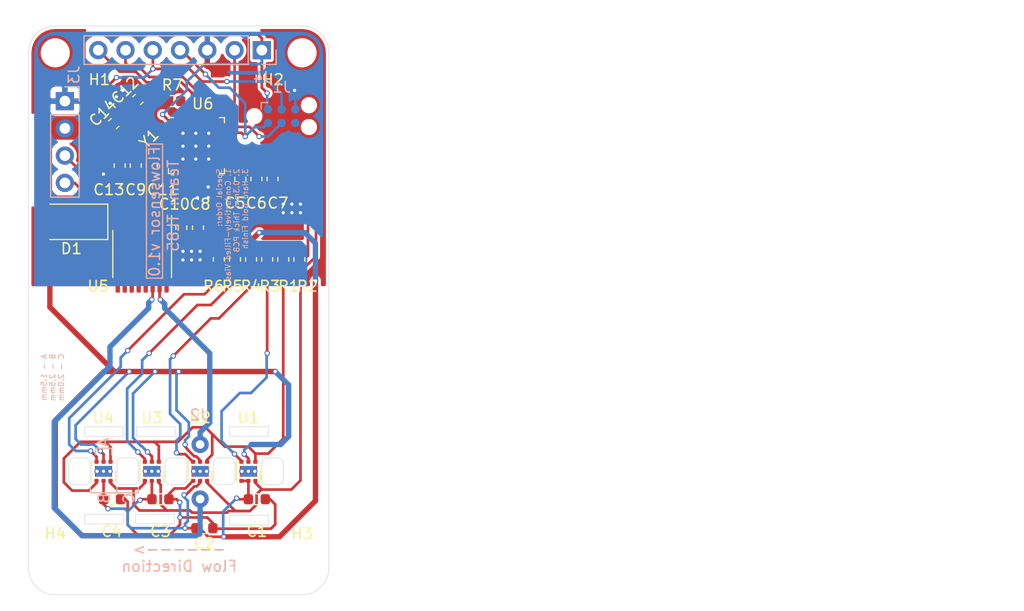
<source format=kicad_pcb>
(kicad_pcb (version 20171130) (host pcbnew 5.1.5+dfsg1-2build2)
  (layers (0 F.Cu signal) (31 B.Cu signal) (34 B.Paste user) (35 F.Paste user) (36 B.SilkS user) (37 F.SilkS user) (38 B.Mask user) (39 F.Mask user) (44 Edge.Cuts user))
  (net 0 "")
  (net 1 VDD)
  (net 2 /SCL)
  (net 3 /SDA)
  (net 4 "Net-(U1-Pad7)")
  (net 5 GND)
  (net 6 "Net-(U2-Pad7)")
  (net 7 "Net-(U3-Pad7)")
  (net 8 /OSC_IN)
  (net 9 /NRST)
  (net 10 /OSC_OUT)
  (net 11 "Net-(J1-Pad6)")
  (net 12 /SWCLK)
  (net 13 /SWDIO)
  (net 14 /RX)
  (net 15 /TX)
  (net 16 /VCP_RX)
  (net 17 /VCP_TX)
  (net 18 "Net-(R3-Pad1)")
  (net 19 "Net-(R4-Pad1)")
  (net 20 "Net-(R5-Pad1)")
  (net 21 "Net-(R6-Pad1)")
  (net 22 /BOOT0)
  (net 23 "Net-(U4-Pad7)")
  (net 24 "Net-(U6-Pad28)")
  (net 25 "Net-(U6-Pad27)")
  (net 26 "Net-(U6-Pad26)")
  (net 27 "Net-(U6-Pad25)")
  (net 28 "Net-(U6-Pad22)")
  (net 29 "Net-(U6-Pad21)")
  (net 30 "Net-(U6-Pad18)")
  (net 31 "Net-(U6-Pad15)")
  (net 32 "Net-(U6-Pad14)")
  (net 33 /PA7)
  (net 34 /PA6)
  (net 35 /PA5)
  (net 36 /PA4)
  (net 37 "Net-(U6-Pad7)")
  (net 38 "Net-(U6-Pad6)")
  (net 39 /OUT3)
  (net 40 /OUT4)
  (net 41 "Net-(U5-Pad2)")
  (net 42 "Net-(U5-Pad16)")
  (net 43 /OUT1)
  (net 44 "Net-(U5-Pad13)")
  (net 45 "Net-(U5-Pad5)")
  (net 46 "Net-(U5-Pad10)")
  (net 47 /OUT2)
  (net 48 "Net-(U5-Pad8)")
  (module flowsensor:ubc_logo (layer B.Cu) (at 163.5 100 270)
    (fp_text reference G*** hide)
    (fp_text value LOGO hide)
  )
  (module Resistor_THT:R_Box_L8.4mm_W2.5mm_P5.08mm (layer B.Cu) (at 175 119 270)
    (fp_text reference J2 (at -2.75 0.1) (layer B.SilkS) (effects (justify mirror)))
    (fp_text value Conn_01x02)
    (pad 2 thru_hole circle (at 5.08 0 270) (size 1.6 1.6) (drill 0.8) (layers *.Cu *.Mask) (net 39 /OUT3))
    (pad 1 thru_hole circle (at 0 0 270) (size 1.6 1.6) (drill 0.8) (layers *.Cu *.Mask) (net 40 /OUT4))
  )
  (module MountingHole:MountingHole_2.2mm_M2 (layer F.Cu) (at 161.5 130.5)
    (fp_text reference H4 (at 0 -3.2) (layer F.SilkS))
    (fp_text value MountingHole)
    (pad 1 np_thru_hole circle (at 0 0) (size 2.2 2.2) (drill 2.2) (layers *.Cu *.Mask))
  )
  (module MountingHole:MountingHole_2.2mm_M2 (layer F.Cu) (at 184.5 130.5)
    (fp_text reference H3 (at 0 -3.2) (layer F.SilkS))
    (fp_text value MountingHole)
    (pad 1 np_thru_hole circle (at 0 0) (size 2.2 2.2) (drill 2.2) (layers *.Cu *.Mask))
  )
  (module MountingHole:MountingHole_2.2mm_M2 (layer F.Cu) (at 184.5 82.5)
    (fp_text reference H2 (at -2.7 2.5) (layer F.SilkS))
    (fp_text value MountingHole)
    (pad 1 np_thru_hole circle (at 0 0) (size 2.2 2.2) (drill 2.2) (layers *.Cu *.Mask))
  )
  (module MountingHole:MountingHole_2.2mm_M2 (layer F.Cu) (at 161.5 82.5)
    (fp_text reference H1 (at 4.1 2.5) (layer F.SilkS))
    (fp_text value MountingHole)
    (pad 1 np_thru_hole circle (at 0 0) (size 2.2 2.2) (drill 2.2) (layers *.Cu *.Mask))
  )
  (module flowsensor:TC78H651AFNG,EL_Dual_H-Bridge (layer F.Cu) (at 169.6 101.25 270)
    (fp_text reference U5 (at 3 4.1 180) (layer F.SilkS))
    (fp_text value TC78H651AFNG,EL_Dual_H-Bridge)
    (pad 7 smd roundrect (at -2.8625 1.625 270) (size 1.475 0.4) (layers F.Cu F.Paste F.Mask) (net 36 /PA4))
    (pad 14 smd roundrect (at 2.8625 -0.975 270) (size 1.475 0.4) (layers F.Cu F.Paste F.Mask) (net 39 /OUT3))
    (pad 2 smd roundrect (at -2.8625 -1.625 270) (size 1.475 0.4) (layers F.Cu F.Paste F.Mask) (net 41 "Net-(U5-Pad2)"))
    (pad 16 smd roundrect (at 2.8625 -2.275 270) (size 1.475 0.4) (layers F.Cu F.Paste F.Mask) (net 42 "Net-(U5-Pad16)"))
    (pad 12 smd roundrect (at 2.8625 0.325 270) (size 1.475 0.4) (layers F.Cu F.Paste F.Mask) (net 43 /OUT1))
    (pad 15 smd roundrect (at 2.8625 -1.625 270) (size 1.475 0.4) (layers F.Cu F.Paste F.Mask) (net 40 /OUT4))
    (pad 1 smd roundrect (at -2.8625 -2.275 270) (size 1.475 0.4) (layers F.Cu F.Paste F.Mask) (net 1 VDD))
    (pad 13 smd roundrect (at 2.8625 -0.325 270) (size 1.475 0.4) (layers F.Cu F.Paste F.Mask) (net 44 "Net-(U5-Pad13)"))
    (pad 6 smd roundrect (at -2.8625 0.975 270) (size 1.475 0.4) (layers F.Cu F.Paste F.Mask) (net 35 /PA5))
    (pad 9 smd roundrect (at 2.8625 2.275 270) (size 1.475 0.4) (layers F.Cu F.Paste F.Mask) (net 5 GND))
    (pad 5 smd roundrect (at -2.8625 0.325 270) (size 1.475 0.4) (layers F.Cu F.Paste F.Mask) (net 45 "Net-(U5-Pad5)"))
    (pad 4 smd roundrect (at -2.8625 -0.325 270) (size 1.475 0.4) (layers F.Cu F.Paste F.Mask) (net 34 /PA6))
    (pad 3 smd roundrect (at -2.8625 -0.975 270) (size 1.475 0.4) (layers F.Cu F.Paste F.Mask) (net 33 /PA7))
    (pad 10 smd roundrect (at 2.8625 1.625 270) (size 1.475 0.4) (layers F.Cu F.Paste F.Mask) (net 46 "Net-(U5-Pad10)"))
    (pad 11 smd roundrect (at 2.8625 0.975 270) (size 1.475 0.4) (layers F.Cu F.Paste F.Mask) (net 47 /OUT2))
    (pad 8 smd roundrect (at -2.8625 2.275 270) (size 1.475 0.4) (layers F.Cu F.Paste F.Mask) (net 48 "Net-(U5-Pad8)"))
  )
  (module flowsensor:ECS-.327-12.5-12R-C-TR (layer F.Cu) (at 169.16967 89.13033 225)
    (fp_text reference Y1 (at 0.204594 -1.732412 45) (layer F.SilkS))
    (fp_text value Crystal)
    (pad 1 smd rect (at -0.75 0 225) (size 1 1.3) (layers F.Cu F.Paste F.Mask) (net 8 /OSC_IN))
    (pad 2 smd rect (at 0.75 0 225) (size 1 1.3) (layers F.Cu F.Paste F.Mask) (net 10 /OSC_OUT))
  )
  (module Package_DFN_QFN:QFN-32-1EP_5x5mm_P0.5mm_EP3.45x3.45mm (layer F.Cu) (at 174.66 91.15)
    (fp_text reference U6 (at 0.59 -3.9) (layer F.SilkS))
    (fp_text value STM32L432KBUx)
    (pad 32 smd roundrect (at -1.75 -2.4375) (size 0.25 0.875) (layers F.Cu F.Paste F.Mask) (net 5 GND))
    (pad 31 smd roundrect (at -1.25 -2.4375) (size 0.25 0.875) (layers F.Cu F.Paste F.Mask) (net 22 /BOOT0))
    (pad 30 smd roundrect (at -0.75 -2.4375) (size 0.25 0.875) (layers F.Cu F.Paste F.Mask) (net 16 /VCP_RX))
    (pad 29 smd roundrect (at -0.25 -2.4375) (size 0.25 0.875) (layers F.Cu F.Paste F.Mask) (net 17 /VCP_TX))
    (pad 28 smd roundrect (at 0.25 -2.4375) (size 0.25 0.875) (layers F.Cu F.Paste F.Mask) (net 24 "Net-(U6-Pad28)"))
    (pad 27 smd roundrect (at 0.75 -2.4375) (size 0.25 0.875) (layers F.Cu F.Paste F.Mask) (net 25 "Net-(U6-Pad27)"))
    (pad 26 smd roundrect (at 1.25 -2.4375) (size 0.25 0.875) (layers F.Cu F.Paste F.Mask) (net 26 "Net-(U6-Pad26)"))
    (pad 25 smd roundrect (at 1.75 -2.4375) (size 0.25 0.875) (layers F.Cu F.Paste F.Mask) (net 27 "Net-(U6-Pad25)"))
    (pad 24 smd roundrect (at 2.4375 -1.75) (size 0.875 0.25) (layers F.Cu F.Paste F.Mask) (net 12 /SWCLK))
    (pad 23 smd roundrect (at 2.4375 -1.25) (size 0.875 0.25) (layers F.Cu F.Paste F.Mask) (net 13 /SWDIO))
    (pad 22 smd roundrect (at 2.4375 -0.75) (size 0.875 0.25) (layers F.Cu F.Paste F.Mask) (net 28 "Net-(U6-Pad22)"))
    (pad 21 smd roundrect (at 2.4375 -0.25) (size 0.875 0.25) (layers F.Cu F.Paste F.Mask) (net 29 "Net-(U6-Pad21)"))
    (pad 20 smd roundrect (at 2.4375 0.25) (size 0.875 0.25) (layers F.Cu F.Paste F.Mask) (net 3 /SDA))
    (pad 19 smd roundrect (at 2.4375 0.75) (size 0.875 0.25) (layers F.Cu F.Paste F.Mask) (net 2 /SCL))
    (pad 18 smd roundrect (at 2.4375 1.25) (size 0.875 0.25) (layers F.Cu F.Paste F.Mask) (net 30 "Net-(U6-Pad18)"))
    (pad 17 smd roundrect (at 2.4375 1.75) (size 0.875 0.25) (layers F.Cu F.Paste F.Mask) (net 1 VDD))
    (pad 16 smd roundrect (at 1.75 2.4375) (size 0.25 0.875) (layers F.Cu F.Paste F.Mask) (net 5 GND))
    (pad 15 smd roundrect (at 1.25 2.4375) (size 0.25 0.875) (layers F.Cu F.Paste F.Mask) (net 31 "Net-(U6-Pad15)"))
    (pad 14 smd roundrect (at 0.75 2.4375) (size 0.25 0.875) (layers F.Cu F.Paste F.Mask) (net 32 "Net-(U6-Pad14)"))
    (pad 13 smd roundrect (at 0.25 2.4375) (size 0.25 0.875) (layers F.Cu F.Paste F.Mask) (net 33 /PA7))
    (pad 12 smd roundrect (at -0.25 2.4375) (size 0.25 0.875) (layers F.Cu F.Paste F.Mask) (net 34 /PA6))
    (pad 11 smd roundrect (at -0.75 2.4375) (size 0.25 0.875) (layers F.Cu F.Paste F.Mask) (net 35 /PA5))
    (pad 10 smd roundrect (at -1.25 2.4375) (size 0.25 0.875) (layers F.Cu F.Paste F.Mask) (net 36 /PA4))
    (pad 9 smd roundrect (at -1.75 2.4375) (size 0.25 0.875) (layers F.Cu F.Paste F.Mask) (net 14 /RX))
    (pad 8 smd roundrect (at -2.4375 1.75) (size 0.875 0.25) (layers F.Cu F.Paste F.Mask) (net 15 /TX))
    (pad 7 smd roundrect (at -2.4375 1.25) (size 0.875 0.25) (layers F.Cu F.Paste F.Mask) (net 37 "Net-(U6-Pad7)"))
    (pad 6 smd roundrect (at -2.4375 0.75) (size 0.875 0.25) (layers F.Cu F.Paste F.Mask) (net 38 "Net-(U6-Pad6)"))
    (pad 5 smd roundrect (at -2.4375 0.25) (size 0.875 0.25) (layers F.Cu F.Paste F.Mask) (net 1 VDD))
    (pad 4 smd roundrect (at -2.4375 -0.25) (size 0.875 0.25) (layers F.Cu F.Paste F.Mask) (net 9 /NRST))
    (pad 3 smd roundrect (at -2.4375 -0.75) (size 0.875 0.25) (layers F.Cu F.Paste F.Mask) (net 10 /OSC_OUT))
    (pad 2 smd roundrect (at -2.4375 -1.25) (size 0.875 0.25) (layers F.Cu F.Paste F.Mask) (net 8 /OSC_IN))
    (pad 1 smd roundrect (at -2.4375 -1.75) (size 0.875 0.25) (layers F.Cu F.Paste F.Mask) (net 1 VDD))
    (pad 33 smd roundrect (at 0 0) (size 3.45 3.45) (layers F.Cu F.Mask) (roundrect_rratio 0.072464) (net 5 GND))
  )
  (module Package_SON:WSON-6-1EP_2x2mm_P0.65mm_EP1x1.6mm (layer F.Cu) (at 166 121.5 270)
    (fp_text reference U4 (at -5 0 180) (layer F.SilkS))
    (fp_text value tmp117)
    (pad 7 smd rect (at 0 0 270) (size 1 1.6) (layers F.Cu F.Mask) (net 23 "Net-(U4-Pad7)"))
    (pad 6 smd roundrect (at 0.8875 -0.65 270) (size 0.375 0.4) (layers F.Cu F.Paste F.Mask) (net 3 /SDA))
    (pad 5 smd roundrect (at 0.8875 0 270) (size 0.375 0.4) (layers F.Cu F.Paste F.Mask) (net 1 VDD))
    (pad 4 smd roundrect (at 0.8875 0.65 270) (size 0.375 0.4) (layers F.Cu F.Paste F.Mask) (net 2 /SCL))
    (pad 3 smd roundrect (at -0.8875 0.65 270) (size 0.375 0.4) (layers F.Cu F.Paste F.Mask) (net 21 "Net-(R6-Pad1)"))
    (pad 2 smd roundrect (at -0.8875 0 270) (size 0.375 0.4) (layers F.Cu F.Paste F.Mask) (net 5 GND))
    (pad 1 smd roundrect (at -0.8875 -0.65 270) (size 0.375 0.4) (layers F.Cu F.Paste F.Mask) (net 2 /SCL))
  )
  (module Capacitor_SMD:C_0603_1608Metric (layer F.Cu) (at 172.4 87 180)
    (fp_text reference R7 (at 0 1.5) (layer F.SilkS))
    (fp_text value 10k)
    (pad 2 smd roundrect (at 0.7875 0 180) (size 0.875 0.95) (layers F.Cu F.Paste F.Mask) (net 5 GND))
    (pad 1 smd roundrect (at -0.7875 0 180) (size 0.875 0.95) (layers F.Cu F.Paste F.Mask) (net 22 /BOOT0))
  )
  (module Capacitor_SMD:C_0603_1608Metric (layer F.Cu) (at 176.75 101.75 90)
    (fp_text reference R6 (at -2.5 -0.5 180) (layer F.SilkS))
    (fp_text value 10k)
    (pad 2 smd roundrect (at 0.7875 0 90) (size 0.875 0.95) (layers F.Cu F.Paste F.Mask) (net 1 VDD))
    (pad 1 smd roundrect (at -0.7875 0 90) (size 0.875 0.95) (layers F.Cu F.Paste F.Mask) (net 21 "Net-(R6-Pad1)"))
  )
  (module Capacitor_SMD:C_0603_1608Metric (layer F.Cu) (at 178.25 101.75 90)
    (fp_text reference R5 (at -2.5 -0.25 180) (layer F.SilkS))
    (fp_text value 10k)
    (pad 2 smd roundrect (at 0.7875 0 90) (size 0.875 0.95) (layers F.Cu F.Paste F.Mask) (net 1 VDD))
    (pad 1 smd roundrect (at -0.7875 0 90) (size 0.875 0.95) (layers F.Cu F.Paste F.Mask) (net 20 "Net-(R5-Pad1)"))
  )
  (module Capacitor_SMD:C_0603_1608Metric (layer F.Cu) (at 179.75 101.75 90)
    (fp_text reference R4 (at -2.5 0 180) (layer F.SilkS))
    (fp_text value 10k)
    (pad 2 smd roundrect (at 0.7875 0 90) (size 0.875 0.95) (layers F.Cu F.Paste F.Mask) (net 1 VDD))
    (pad 1 smd roundrect (at -0.7875 0 90) (size 0.875 0.95) (layers F.Cu F.Paste F.Mask) (net 19 "Net-(R4-Pad1)"))
  )
  (module Capacitor_SMD:C_0603_1608Metric (layer F.Cu) (at 181.25 101.75 90)
    (fp_text reference R3 (at -2.5 0.25 180) (layer F.SilkS))
    (fp_text value 10k)
    (pad 2 smd roundrect (at 0.7875 0 90) (size 0.875 0.95) (layers F.Cu F.Paste F.Mask) (net 1 VDD))
    (pad 1 smd roundrect (at -0.7875 0 90) (size 0.875 0.95) (layers F.Cu F.Paste F.Mask) (net 18 "Net-(R3-Pad1)"))
  )
  (module Connector_PinHeader_2.54mm:PinHeader_1x07_P2.54mm_Vertical (layer B.Cu) (at 180.75 82.25 90)
    (fp_text reference J4 (at -2.55 0.05 180) (layer B.SilkS) (effects (justify mirror)))
    (fp_text value Conn_01x07)
    (pad 7 thru_hole oval (at 0 -15.24 90) (size 1.7 1.7) (drill 1) (layers *.Cu *.Mask) (net 16 /VCP_RX))
    (pad 6 thru_hole oval (at 0 -12.7 90) (size 1.7 1.7) (drill 1) (layers *.Cu *.Mask) (net 17 /VCP_TX))
    (pad 5 thru_hole oval (at 0 -10.16 90) (size 1.7 1.7) (drill 1) (layers *.Cu *.Mask) (net 9 /NRST))
    (pad 4 thru_hole oval (at 0 -7.62 90) (size 1.7 1.7) (drill 1) (layers *.Cu *.Mask) (net 13 /SWDIO))
    (pad 3 thru_hole oval (at 0 -5.08 90) (size 1.7 1.7) (drill 1) (layers *.Cu *.Mask) (net 5 GND))
    (pad 2 thru_hole oval (at 0 -2.54 90) (size 1.7 1.7) (drill 1) (layers *.Cu *.Mask) (net 12 /SWCLK))
    (pad 1 thru_hole rect (at 0 0 90) (size 1.7 1.7) (drill 1) (layers *.Cu *.Mask) (net 1 VDD))
  )
  (module Connector_PinHeader_2.54mm:PinHeader_1x04_P2.54mm_Vertical (layer B.Cu) (at 162.4 87 180)
    (fp_text reference J3 (at -0.85 2.45 90) (layer B.SilkS) (effects (justify mirror)))
    (fp_text value Conn_01x04)
    (pad 4 thru_hole oval (at 0 -7.62 180) (size 1.7 1.7) (drill 1) (layers *.Cu *.Mask) (net 14 /RX))
    (pad 3 thru_hole oval (at 0 -5.08 180) (size 1.7 1.7) (drill 1) (layers *.Cu *.Mask) (net 15 /TX))
    (pad 2 thru_hole oval (at 0 -2.54 180) (size 1.7 1.7) (drill 1) (layers *.Cu *.Mask) (net 1 VDD))
    (pad 1 thru_hole rect (at 0 0 180) (size 1.7 1.7) (drill 1) (layers *.Cu *.Mask) (net 5 GND))
  )
  (module Connector:Tag-Connect_TC2030-IDC-NL_2x03_P1.27mm_Vertical (layer B.Cu) (at 182.6 88.4)
    (fp_text reference J1 (at 0 -2.7) (layer B.SilkS) (effects (justify mirror)))
    (fp_text value Conn_02x03_Odd_Even)
    (pad 6 connect circle (at 1.27 0.635) (size 0.7874 0.7874) (layers B.Cu B.Mask) (net 11 "Net-(J1-Pad6)"))
    (pad 5 connect circle (at 1.27 -0.635) (size 0.7874 0.7874) (layers B.Cu B.Mask) (net 5 GND))
    (pad 4 connect circle (at 0 0.635) (size 0.7874 0.7874) (layers B.Cu B.Mask) (net 12 /SWCLK))
    (pad 3 connect circle (at 0 -0.635) (size 0.7874 0.7874) (layers B.Cu B.Mask) (net 9 /NRST))
    (pad 2 connect circle (at -1.27 0.635) (size 0.7874 0.7874) (layers B.Cu B.Mask) (net 13 /SWDIO))
    (pad 1 connect circle (at -1.27 -0.635) (size 0.7874 0.7874) (layers B.Cu B.Mask) (net 1 VDD))
    (pad "" np_thru_hole circle (at -2.54 0) (size 0.9906 0.9906) (drill 0.9906) (layers *.Cu *.Mask))
    (pad "" np_thru_hole circle (at 2.54 -1.016) (size 0.9906 0.9906) (drill 0.9906) (layers *.Cu *.Mask))
    (pad "" np_thru_hole circle (at 2.54 1.016) (size 0.9906 0.9906) (drill 0.9906) (layers *.Cu *.Mask))
  )
  (module Diode_SMD:D_SMA (layer F.Cu) (at 163 98.25 180)
    (fp_text reference D1 (at 0 -2.5) (layer F.SilkS))
    (fp_text value D_TVS)
    (pad 2 smd rect (at 2 0 180) (size 2.5 1.8) (layers F.Cu F.Paste F.Mask) (net 5 GND))
    (pad 1 smd rect (at -2 0 180) (size 2.5 1.8) (layers F.Cu F.Paste F.Mask) (net 1 VDD))
  )
  (module Capacitor_SMD:C_0603_1608Metric (layer F.Cu) (at 166.95 89.1 45)
    (fp_text reference C14 (at 0 -1.43 45) (layer F.SilkS))
    (fp_text value 13pF)
    (pad 2 smd roundrect (at 0.7875 0 45) (size 0.875 0.95) (layers F.Cu F.Paste F.Mask) (net 10 /OSC_OUT))
    (pad 1 smd roundrect (at -0.7875 0 45) (size 0.875 0.95) (layers F.Cu F.Paste F.Mask) (net 5 GND))
  )
  (module Capacitor_SMD:C_0603_1608Metric (layer F.Cu) (at 167.5 93 90)
    (fp_text reference C13 (at -2.25 -1 180) (layer F.SilkS))
    (fp_text value 100nF)
    (pad 2 smd roundrect (at 0.7875 0 90) (size 0.875 0.95) (layers F.Cu F.Paste F.Mask) (net 9 /NRST))
    (pad 1 smd roundrect (at -0.7875 0 90) (size 0.875 0.95) (layers F.Cu F.Paste F.Mask) (net 5 GND))
  )
  (module Capacitor_SMD:C_0603_1608Metric (layer F.Cu) (at 169.2 86.85 225)
    (fp_text reference C12 (at 0.247487 1.449569 45) (layer F.SilkS))
    (fp_text value 13pF)
    (pad 2 smd roundrect (at 0.7875 0 225) (size 0.875 0.95) (layers F.Cu F.Paste F.Mask) (net 8 /OSC_IN))
    (pad 1 smd roundrect (at -0.7875 0 225) (size 0.875 0.95) (layers F.Cu F.Paste F.Mask) (net 5 GND))
  )
  (module Capacitor_SMD:C_0603_1608Metric (layer F.Cu) (at 170.5 93 270)
    (fp_text reference C11 (at 2.25 -1 180) (layer F.SilkS))
    (fp_text value 100nF)
    (pad 2 smd roundrect (at 0.7875 0 270) (size 0.875 0.95) (layers F.Cu F.Paste F.Mask) (net 5 GND))
    (pad 1 smd roundrect (at -0.7875 0 270) (size 0.875 0.95) (layers F.Cu F.Paste F.Mask) (net 1 VDD))
  )
  (module Capacitor_SMD:C_0603_1608Metric (layer F.Cu) (at 173.25 98.8 270)
    (fp_text reference C10 (at -2.2 0.65 180) (layer F.SilkS))
    (fp_text value 100nF)
    (pad 2 smd roundrect (at 0.7875 0 270) (size 0.875 0.95) (layers F.Cu F.Paste F.Mask) (net 5 GND))
    (pad 1 smd roundrect (at -0.7875 0 270) (size 0.875 0.95) (layers F.Cu F.Paste F.Mask) (net 1 VDD))
  )
  (module Capacitor_SMD:C_0603_1608Metric (layer F.Cu) (at 169 93 270)
    (fp_text reference C9 (at 2.25 0 180) (layer F.SilkS))
    (fp_text value 1uF)
    (pad 2 smd roundrect (at 0.7875 0 270) (size 0.875 0.95) (layers F.Cu F.Paste F.Mask) (net 5 GND))
    (pad 1 smd roundrect (at -0.7875 0 270) (size 0.875 0.95) (layers F.Cu F.Paste F.Mask) (net 1 VDD))
  )
  (module Capacitor_SMD:C_0603_1608Metric (layer F.Cu) (at 174.8 98.8 270)
    (fp_text reference C8 (at -2.2 -0.2 180) (layer F.SilkS))
    (fp_text value 1uF)
    (pad 2 smd roundrect (at 0.7875 0 270) (size 0.875 0.95) (layers F.Cu F.Paste F.Mask) (net 5 GND))
    (pad 1 smd roundrect (at -0.7875 0 270) (size 0.875 0.95) (layers F.Cu F.Paste F.Mask) (net 1 VDD))
  )
  (module Capacitor_SMD:C_0603_1608Metric (layer F.Cu) (at 181.75 94.25 270)
    (fp_text reference C7 (at 2.25 -0.5 180) (layer F.SilkS))
    (fp_text value 100nF)
    (pad 2 smd roundrect (at 0.7875 0 270) (size 0.875 0.95) (layers F.Cu F.Paste F.Mask) (net 5 GND))
    (pad 1 smd roundrect (at -0.7875 0 270) (size 0.875 0.95) (layers F.Cu F.Paste F.Mask) (net 1 VDD))
  )
  (module Capacitor_SMD:C_0603_1608Metric (layer F.Cu) (at 180.25 94.25 270)
    (fp_text reference C6 (at 2.25 0 180) (layer F.SilkS))
    (fp_text value 100nF)
    (pad 2 smd roundrect (at 0.7875 0 270) (size 0.875 0.95) (layers F.Cu F.Paste F.Mask) (net 5 GND))
    (pad 1 smd roundrect (at -0.7875 0 270) (size 0.875 0.95) (layers F.Cu F.Paste F.Mask) (net 1 VDD))
  )
  (module Capacitor_SMD:C_0603_1608Metric (layer F.Cu) (at 178.75 94.25 270)
    (fp_text reference C5 (at 2.25 0.5 180) (layer F.SilkS))
    (fp_text value 10uF)
    (pad 2 smd roundrect (at 0.7875 0 270) (size 0.875 0.95) (layers F.Cu F.Paste F.Mask) (net 5 GND))
    (pad 1 smd roundrect (at -0.7875 0 270) (size 0.875 0.95) (layers F.Cu F.Paste F.Mask) (net 1 VDD))
  )
  (module Capacitor_SMD:C_0603_1608Metric (layer F.Cu) (at 166.8 124.1 180)
    (fp_text reference C4 (at 0.0375 -3) (layer F.SilkS))
    (fp_text value 100nF)
    (pad 2 smd roundrect (at 0.7875 0 180) (size 0.875 0.95) (layers F.Cu F.Paste F.Mask) (net 1 VDD))
    (pad 1 smd roundrect (at -0.7875 0 180) (size 0.875 0.95) (layers F.Cu F.Paste F.Mask) (net 5 GND))
  )
  (module Capacitor_SMD:C_0603_1608Metric (layer F.Cu) (at 171.3 124.1 180)
    (fp_text reference C3 (at 0 -3) (layer F.SilkS))
    (fp_text value 100nF)
    (pad 2 smd roundrect (at 0.7875 0 180) (size 0.875 0.95) (layers F.Cu F.Paste F.Mask) (net 1 VDD))
    (pad 1 smd roundrect (at -0.7875 0 180) (size 0.875 0.95) (layers F.Cu F.Paste F.Mask) (net 5 GND))
  )
  (module Capacitor_SMD:C_0603_1608Metric (layer F.Cu) (at 175.4 126.8 180)
    (fp_text reference C2 (at 0 -1.43) (layer F.SilkS))
    (fp_text value 100nF)
    (pad 2 smd roundrect (at 0.7875 0 180) (size 0.875 0.95) (layers F.Cu F.Paste F.Mask) (net 1 VDD))
    (pad 1 smd roundrect (at -0.7875 0 180) (size 0.875 0.95) (layers F.Cu F.Paste F.Mask) (net 5 GND))
  )
  (module Capacitor_SMD:C_0603_1608Metric (layer F.Cu) (at 180.2875 124.1 180)
    (fp_text reference C1 (at 0 -3) (layer F.SilkS))
    (fp_text value 100nF)
    (pad 2 smd roundrect (at 0.7875 0 180) (size 0.875 0.95) (layers F.Cu F.Paste F.Mask) (net 1 VDD))
    (pad 1 smd roundrect (at -0.7875 0 180) (size 0.875 0.95) (layers F.Cu F.Paste F.Mask) (net 5 GND))
  )
  (module Package_SON:WSON-6-1EP_2x2mm_P0.65mm_EP1x1.6mm (layer F.Cu) (at 170.5 121.5 270)
    (fp_text reference U3 (at -5 0 180) (layer F.SilkS))
    (fp_text value tmp117)
    (pad 7 smd rect (at 0 0 270) (size 1 1.6) (layers F.Cu F.Mask) (net 7 "Net-(U3-Pad7)"))
    (pad 6 smd roundrect (at 0.8875 -0.65 270) (size 0.375 0.4) (layers F.Cu F.Paste F.Mask) (net 3 /SDA))
    (pad 5 smd roundrect (at 0.8875 0 270) (size 0.375 0.4) (layers F.Cu F.Paste F.Mask) (net 1 VDD))
    (pad 4 smd roundrect (at 0.8875 0.65 270) (size 0.375 0.4) (layers F.Cu F.Paste F.Mask) (net 3 /SDA))
    (pad 3 smd roundrect (at -0.8875 0.65 270) (size 0.375 0.4) (layers F.Cu F.Paste F.Mask) (net 20 "Net-(R5-Pad1)"))
    (pad 2 smd roundrect (at -0.8875 0 270) (size 0.375 0.4) (layers F.Cu F.Paste F.Mask) (net 5 GND))
    (pad 1 smd roundrect (at -0.8875 -0.65 270) (size 0.375 0.4) (layers F.Cu F.Paste F.Mask) (net 2 /SCL))
  )
  (module Package_SON:WSON-6-1EP_2x2mm_P0.65mm_EP1x1.6mm (layer F.Cu) (at 175 121.5 270)
    (fp_text reference U2 (at -5 0 180) (layer F.SilkS))
    (fp_text value tmp117)
    (pad 7 smd rect (at 0 0 270) (size 1 1.6) (layers F.Cu F.Mask) (net 6 "Net-(U2-Pad7)"))
    (pad 6 smd roundrect (at 0.8875 -0.65 270) (size 0.375 0.4) (layers F.Cu F.Paste F.Mask) (net 3 /SDA))
    (pad 5 smd roundrect (at 0.8875 0 270) (size 0.375 0.4) (layers F.Cu F.Paste F.Mask) (net 1 VDD))
    (pad 4 smd roundrect (at 0.8875 0.65 270) (size 0.375 0.4) (layers F.Cu F.Paste F.Mask) (net 5 GND))
    (pad 3 smd roundrect (at -0.8875 0.65 270) (size 0.375 0.4) (layers F.Cu F.Paste F.Mask) (net 19 "Net-(R4-Pad1)"))
    (pad 2 smd roundrect (at -0.8875 0 270) (size 0.375 0.4) (layers F.Cu F.Paste F.Mask) (net 5 GND))
    (pad 1 smd roundrect (at -0.8875 -0.65 270) (size 0.375 0.4) (layers F.Cu F.Paste F.Mask) (net 2 /SCL))
  )
  (module Package_SON:WSON-6-1EP_2x2mm_P0.65mm_EP1x1.6mm (layer F.Cu) (at 179.5 121.5 270)
    (fp_text reference U1 (at -5 0 180) (layer F.SilkS))
    (fp_text value tmp117)
    (pad 7 smd rect (at 0 0 270) (size 1 1.6) (layers F.Cu F.Mask) (net 4 "Net-(U1-Pad7)"))
    (pad 6 smd roundrect (at 0.8875 -0.65 270) (size 0.375 0.4) (layers F.Cu F.Paste F.Mask) (net 3 /SDA))
    (pad 5 smd roundrect (at 0.8875 0 270) (size 0.375 0.4) (layers F.Cu F.Paste F.Mask) (net 1 VDD))
    (pad 4 smd roundrect (at 0.8875 0.65 270) (size 0.375 0.4) (layers F.Cu F.Paste F.Mask) (net 1 VDD))
    (pad 3 smd roundrect (at -0.8875 0.65 270) (size 0.375 0.4) (layers F.Cu F.Paste F.Mask) (net 18 "Net-(R3-Pad1)"))
    (pad 2 smd roundrect (at -0.8875 0 270) (size 0.375 0.4) (layers F.Cu F.Paste F.Mask) (net 5 GND))
    (pad 1 smd roundrect (at -0.8875 -0.65 270) (size 0.375 0.4) (layers F.Cu F.Paste F.Mask) (net 2 /SCL))
  )
  (module Capacitor_SMD:C_0603_1608Metric (layer F.Cu) (at 184.25 101.75 90)
    (fp_text reference R2 (at -2.5 0.75 180) (layer F.SilkS))
    (fp_text value 2.2k)
    (pad 2 smd roundrect (at 0.7875 0 90) (size 0.875 0.95) (layers F.Cu F.Paste F.Mask) (net 1 VDD))
    (pad 1 smd roundrect (at -0.7875 0 90) (size 0.875 0.95) (layers F.Cu F.Paste F.Mask) (net 3 /SDA))
  )
  (module Capacitor_SMD:C_0603_1608Metric (layer F.Cu) (at 182.75 101.75 90)
    (fp_text reference R1 (at -2.5 0.5 180) (layer F.SilkS))
    (fp_text value 2.2k)
    (pad 2 smd roundrect (at 0.7875 0 90) (size 0.875 0.95) (layers F.Cu F.Paste F.Mask) (net 1 VDD))
    (pad 1 smd roundrect (at -0.7875 0 90) (size 0.875 0.95) (layers F.Cu F.Paste F.Mask) (net 2 /SCL))
  )
  (gr_text "A - 1.5mm\nB - 2.5mm\nC - 2.0mm" (at 161.25 112.75 90) (layer B.SilkS) (effects (font (size 0.5 0.5) (thickness 0.08)) (justify mirror)))
  (gr_text "Team: TL85" (at 172.5 96.75 90) (layer B.SilkS) (effects (font (size 1 1)) (justify mirror)))
  (gr_line (start 170 91) (end 170 91.25) (layer B.SilkS) (width 0.12))
  (gr_line (start 171.5 91) (end 170 91) (layer B.SilkS) (width 0.12))
  (gr_line (start 171.5 91.25) (end 171.5 91) (layer B.SilkS) (width 0.12))
  (gr_line (start 170 91.25) (end 170 103.5) (layer B.SilkS) (width 0.12))
  (gr_line (start 171.5 103.5) (end 171.5 91.25) (layer B.SilkS) (width 0.12))
  (gr_line (start 170 103.5) (end 171.5 103.5) (layer B.SilkS) (width 0.12))
  (gr_text "Flowsensor v1.0" (at 170.75 97.3 90) (layer B.SilkS) (effects (font (size 1 1)) (justify mirror)))
  (gr_text "------>\nFlow Direction" (at 173.05 129.55) (layer B.SilkS) (effects (font (size 1 1)) (justify mirror)))
  (gr_text C (at 168.35 124 90) (layer B.SilkS) (effects (font (size 1 1)) (justify mirror)))
  (gr_line (start 164.75 123.5) (end 164.75 122.95) (layer B.SilkS) (width 0.12))
  (gr_line (start 167.25 123.5) (end 164.75 123.5) (layer B.SilkS) (width 0.12))
  (gr_text B (at 166.05 124 90) (layer B.SilkS) (effects (font (size 1 1)) (justify mirror)))
  (gr_line (start 169.25 123.5) (end 169.25 123) (layer B.SilkS) (width 0.12))
  (gr_line (start 169.2 123.5) (end 169.25 123.5) (layer B.SilkS) (width 0.12))
  (gr_line (start 167.25 123.5) (end 169.2 123.5) (layer B.SilkS) (width 0.12))
  (gr_line (start 167.25 123) (end 167.25 123.5) (layer B.SilkS) (width 0.12))
  (gr_text A (at 166 118.8 90) (layer B.SilkS) (effects (font (size 1 1)) (justify mirror)))
  (gr_line (start 166.75 119.35) (end 166.75 119.95) (layer B.SilkS) (width 0.12))
  (gr_line (start 165.25 119.35) (end 166.75 119.35) (layer B.SilkS) (width 0.12))
  (gr_line (start 165.25 119.95) (end 165.25 119.35) (layer B.SilkS) (width 0.12))
  (gr_line (start 181.35 117.35) (end 177.75 117.35) (layer Edge.Cuts) (width 0.05))
  (gr_line (start 181.35 118.25) (end 177.75 118.25) (layer Edge.Cuts) (width 0.05))
  (gr_line (start 181.35 117.35) (end 181.35 118.25) (layer Edge.Cuts) (width 0.05))
  (gr_line (start 177.75 117.35) (end 177.75 118.25) (layer Edge.Cuts) (width 0.05))
  (gr_line (start 181.35 125.6) (end 177.75 125.6) (layer Edge.Cuts) (width 0.05))
  (gr_line (start 181.35 126.5) (end 177.75 126.5) (layer Edge.Cuts) (width 0.05))
  (gr_line (start 181.35 125.6) (end 181.35 126.5) (layer Edge.Cuts) (width 0.05))
  (gr_line (start 177.75 125.6) (end 177.75 126.5) (layer Edge.Cuts) (width 0.05))
  (gr_line (start 172.6 125.5) (end 169 125.5) (layer Edge.Cuts) (width 0.05))
  (gr_line (start 172.6 126.4) (end 169 126.4) (layer Edge.Cuts) (width 0.05))
  (gr_line (start 172.6 125.5) (end 172.6 126.4) (layer Edge.Cuts) (width 0.05))
  (gr_line (start 169 125.5) (end 169 126.4) (layer Edge.Cuts) (width 0.05))
  (gr_line (start 172.7 117.35) (end 169.1 117.35) (layer Edge.Cuts) (width 0.05))
  (gr_line (start 172.7 118.25) (end 169.1 118.25) (layer Edge.Cuts) (width 0.05))
  (gr_line (start 172.7 117.35) (end 172.7 118.25) (layer Edge.Cuts) (width 0.05))
  (gr_line (start 169.1 117.35) (end 169.1 118.25) (layer Edge.Cuts) (width 0.05))
  (gr_line (start 167.85 117.35) (end 164.25 117.35) (layer Edge.Cuts) (width 0.05))
  (gr_line (start 167.85 118.25) (end 164.25 118.25) (layer Edge.Cuts) (width 0.05))
  (gr_line (start 167.85 117.35) (end 167.85 118.25) (layer Edge.Cuts) (width 0.05))
  (gr_line (start 164.25 117.35) (end 164.25 118.25) (layer Edge.Cuts) (width 0.05))
  (gr_line (start 164.25 125.5) (end 164.25 126.4) (layer Edge.Cuts) (width 0.05))
  (gr_line (start 167.85 125.5) (end 164.25 125.5) (layer Edge.Cuts) (width 0.05))
  (gr_line (start 167.85 125.5) (end 167.85 126.4) (layer Edge.Cuts) (width 0.05))
  (gr_line (start 167.85 126.4) (end 164.25 126.4) (layer Edge.Cuts) (width 0.05))
  (gr_line (start 164.75 122.25) (end 164.75 120.75) (layer Edge.Cuts) (width 0.05))
  (gr_arc (start 164.25 120.75) (end 164.75 120.75) (angle -90) (layer Edge.Cuts) (width 0.05))
  (gr_line (start 163.25 122.75) (end 164.25 122.75) (layer Edge.Cuts) (width 0.05))
  (gr_arc (start 164.25 122.25) (end 164.25 122.75) (angle -90) (layer Edge.Cuts) (width 0.05))
  (gr_arc (start 163.25 122.25) (end 162.75 122.25) (angle -90) (layer Edge.Cuts) (width 0.05))
  (gr_line (start 162.75 120.75) (end 162.75 122.25) (layer Edge.Cuts) (width 0.05))
  (gr_line (start 164.25 120.25) (end 163.25 120.25) (layer Edge.Cuts) (width 0.05))
  (gr_arc (start 163.25 120.75) (end 163.25 120.25) (angle -90) (layer Edge.Cuts) (width 0.05))
  (gr_line (start 182.75 122.25) (end 182.75 120.75) (layer Edge.Cuts) (width 0.05))
  (gr_arc (start 182.25 120.75) (end 182.75 120.75) (angle -90) (layer Edge.Cuts) (width 0.05))
  (gr_line (start 181.25 122.75) (end 182.25 122.75) (layer Edge.Cuts) (width 0.05))
  (gr_arc (start 182.25 122.25) (end 182.25 122.75) (angle -90) (layer Edge.Cuts) (width 0.05))
  (gr_arc (start 181.25 122.25) (end 180.75 122.25) (angle -90) (layer Edge.Cuts) (width 0.05))
  (gr_line (start 180.75 120.75) (end 180.75 122.25) (layer Edge.Cuts) (width 0.05))
  (gr_line (start 182.25 120.25) (end 181.25 120.25) (layer Edge.Cuts) (width 0.05))
  (gr_arc (start 181.25 120.75) (end 181.25 120.25) (angle -90) (layer Edge.Cuts) (width 0.05))
  (gr_line (start 178.25 122.25) (end 178.25 120.75) (layer Edge.Cuts) (width 0.05))
  (gr_arc (start 177.75 120.75) (end 178.25 120.75) (angle -90) (layer Edge.Cuts) (width 0.05))
  (gr_line (start 176.75 122.75) (end 177.75 122.75) (layer Edge.Cuts) (width 0.05))
  (gr_arc (start 177.75 122.25) (end 177.75 122.75) (angle -90) (layer Edge.Cuts) (width 0.05))
  (gr_arc (start 176.75 122.25) (end 176.25 122.25) (angle -90) (layer Edge.Cuts) (width 0.05))
  (gr_line (start 176.25 120.75) (end 176.25 122.25) (layer Edge.Cuts) (width 0.05))
  (gr_line (start 177.75 120.25) (end 176.75 120.25) (layer Edge.Cuts) (width 0.05))
  (gr_arc (start 176.75 120.75) (end 176.75 120.25) (angle -90) (layer Edge.Cuts) (width 0.05))
  (gr_line (start 169.25 122.25) (end 169.25 120.75) (layer Edge.Cuts) (width 0.05))
  (gr_arc (start 168.75 120.75) (end 169.25 120.75) (angle -90) (layer Edge.Cuts) (width 0.05))
  (gr_line (start 167.75 122.75) (end 168.75 122.75) (layer Edge.Cuts) (width 0.05))
  (gr_arc (start 168.75 122.25) (end 168.75 122.75) (angle -90) (layer Edge.Cuts) (width 0.05))
  (gr_arc (start 167.75 122.25) (end 167.25 122.25) (angle -90) (layer Edge.Cuts) (width 0.05))
  (gr_line (start 167.25 120.75) (end 167.25 122.25) (layer Edge.Cuts) (width 0.05))
  (gr_line (start 168.75 120.25) (end 167.75 120.25) (layer Edge.Cuts) (width 0.05))
  (gr_arc (start 167.75 120.75) (end 167.75 120.25) (angle -90) (layer Edge.Cuts) (width 0.05))
  (gr_arc (start 173.25 120.75) (end 173.75 120.75) (angle -90) (layer Edge.Cuts) (width 0.05))
  (gr_arc (start 172.25 120.75) (end 172.25 120.25) (angle -90) (layer Edge.Cuts) (width 0.05))
  (gr_arc (start 173.25 122.25) (end 173.25 122.75) (angle -90) (layer Edge.Cuts) (width 0.05))
  (gr_arc (start 172.25 122.25) (end 171.75 122.25) (angle -90) (layer Edge.Cuts) (width 0.05))
  (gr_line (start 173.25 120.25) (end 172.25 120.25) (layer Edge.Cuts) (width 0.05))
  (gr_line (start 173.75 122.25) (end 173.75 120.75) (layer Edge.Cuts) (width 0.05))
  (gr_line (start 172.25 122.75) (end 173.25 122.75) (layer Edge.Cuts) (width 0.05))
  (gr_line (start 171.75 120.75) (end 171.75 122.25) (layer Edge.Cuts) (width 0.05))
  (gr_text "Special Order:\n1. Conductively-Filled Vias\n2. 0.3mm Thick PCB\n3. Hard Gold Finish" (at 178 93.25 90) (layer B.SilkS) (effects (font (size 0.5 0.5) (thickness 0.08)) (justify left mirror)))
  (gr_arc (start 161.5 130.5) (end 159 130.5) (angle -90) (layer Edge.Cuts) (width 0.05))
  (gr_arc (start 184.5 130.5) (end 184.5 133) (angle -90) (layer Edge.Cuts) (width 0.05))
  (gr_arc (start 184.5 82.5) (end 187 82.5) (angle -90) (layer Edge.Cuts) (width 0.05))
  (gr_arc (start 161.5 82.5) (end 161.5 80) (angle -90) (layer Edge.Cuts) (width 0.05))
  (gr_line (start 184.5 80) (end 161.5 80) (layer Edge.Cuts) (width 0.05))
  (gr_line (start 187 130.5) (end 187 82.5) (layer Edge.Cuts) (width 0.05))
  (gr_line (start 161.5 133) (end 184.5 133) (layer Edge.Cuts) (width 0.05))
  (gr_line (start 159 113) (end 159 130.5) (layer Edge.Cuts) (width 0.05))
  (gr_line (start 159 82.5) (end 159 113) (layer Edge.Cuts) (width 0.05))
  (segment (start 169.0375 92.2125) (end 170.5 92.2125) (width 0.25) (layer F.Cu) (net 1))
  (segment (start 171.3125 91.4) (end 172.2225 91.4) (width 0.25) (layer F.Cu) (net 1))
  (segment (start 170.5 92.2125) (end 171.3125 91.4) (width 0.25) (layer F.Cu) (net 1))
  (segment (start 170.5 124.0875) (end 170.5125 124.1) (width 0.25) (layer F.Cu) (net 1))
  (segment (start 170.5 122.3875) (end 170.5 124.0875) (width 0.25) (layer F.Cu) (net 1))
  (segment (start 166 124.0875) (end 166.0125 124.1) (width 0.25) (layer F.Cu) (net 1))
  (segment (start 166 122.3875) (end 166 124.0875) (width 0.25) (layer F.Cu) (net 1))
  (segment (start 178.85 122.3875) (end 179.5 122.3875) (width 0.25) (layer F.Cu) (net 1))
  (segment (start 179.5 122.3875) (end 179.5 124.1) (width 0.25) (layer F.Cu) (net 1))
  (segment (start 166.0125 124.575) (end 166.41875 124.98125) (width 0.25) (layer F.Cu) (net 1))
  (segment (start 166.0125 124.1) (end 166.0125 124.575) (width 0.25) (layer F.Cu) (net 1))
  (via (at 169.4 124.2) (size 0.5) (drill 0.3) (layers F.Cu B.Cu) (net 1))
  (segment (start 169.5 124.1) (end 169.4 124.2) (width 0.25) (layer F.Cu) (net 1))
  (segment (start 170.5125 124.1) (end 169.5 124.1) (width 0.25) (layer F.Cu) (net 1))
  (segment (start 169.293826 124.2) (end 168.3 125.193826) (width 0.25) (layer B.Cu) (net 1))
  (segment (start 169.4 124.2) (end 169.293826 124.2) (width 0.25) (layer B.Cu) (net 1))
  (via (at 178.4 124) (size 0.5) (drill 0.3) (layers F.Cu B.Cu) (net 1))
  (segment (start 178.5 124.1) (end 178.4 124) (width 0.25) (layer F.Cu) (net 1))
  (segment (start 179.5 124.1) (end 178.5 124.1) (width 0.25) (layer F.Cu) (net 1))
  (segment (start 178.4 124) (end 177.14999 125.25001) (width 0.25) (layer B.Cu) (net 1))
  (segment (start 172.846447 126.8) (end 173.2 126.8) (width 0.25) (layer B.Cu) (net 1))
  (segment (start 168.555012 126.8) (end 172.846447 126.8) (width 0.25) (layer B.Cu) (net 1))
  (segment (start 168.25001 126.494998) (end 168.555012 126.8) (width 0.25) (layer B.Cu) (net 1))
  (segment (start 168.25001 125.25001) (end 168.25001 126.494998) (width 0.25) (layer B.Cu) (net 1))
  (segment (start 166.41875 124.98125) (end 166.4375 125) (width 0.25) (layer F.Cu) (net 1))
  (via (at 166.41875 124.98125) (size 0.5) (drill 0.3) (layers F.Cu B.Cu) (net 1))
  (segment (start 167.98125 124.98125) (end 168.25001 125.25001) (width 0.25) (layer B.Cu) (net 1))
  (segment (start 166.41875 124.98125) (end 167.98125 124.98125) (width 0.25) (layer B.Cu) (net 1))
  (via (at 173.6 126.8) (size 0.5) (drill 0.3) (layers F.Cu B.Cu) (net 1))
  (segment (start 173.2 126.8) (end 173.6 126.8) (width 0.25) (layer B.Cu) (net 1))
  (segment (start 173.6 126.8) (end 174.6125 126.8) (width 0.25) (layer F.Cu) (net 1))
  (segment (start 173.6 126.4) (end 173.6 126.8) (width 0.25) (layer B.Cu) (net 1))
  (segment (start 173.7 126.3) (end 173.6 126.4) (width 0.25) (layer B.Cu) (net 1))
  (segment (start 175.743506 127.6) (end 177 127.6) (width 0.25) (layer F.Cu) (net 1))
  (segment (start 174.943506 126.8) (end 175.743506 127.6) (width 0.25) (layer F.Cu) (net 1))
  (segment (start 174.6125 126.8) (end 174.943506 126.8) (width 0.25) (layer F.Cu) (net 1))
  (segment (start 177.14999 127.54999) (end 177.2 127.6) (width 0.25) (layer B.Cu) (net 1))
  (segment (start 177.14999 125.25001) (end 177.14999 127.54999) (width 0.25) (layer B.Cu) (net 1))
  (via (at 177.2 127.6) (size 0.5) (drill 0.3) (layers F.Cu B.Cu) (net 1))
  (segment (start 177 127.6) (end 177.2 127.6) (width 0.25) (layer F.Cu) (net 1))
  (segment (start 173.849999 124.249999) (end 173.849999 126.150001) (width 0.25) (layer B.Cu) (net 1))
  (segment (start 173.849999 126.150001) (end 173.6 126.4) (width 0.25) (layer B.Cu) (net 1))
  (segment (start 178.1875 92.9) (end 178.75 93.4625) (width 0.25) (layer F.Cu) (net 1))
  (segment (start 177.0975 92.9) (end 178.1875 92.9) (width 0.25) (layer F.Cu) (net 1))
  (segment (start 180.75 81.15) (end 180.75 82.25) (width 0.25) (layer F.Cu) (net 1))
  (segment (start 180.4 80.8) (end 180.75 81.15) (width 0.25) (layer F.Cu) (net 1))
  (segment (start 164.2 81.2) (end 164.6 80.8) (width 0.25) (layer F.Cu) (net 1))
  (segment (start 163.309999 88.690001) (end 164.2 87.8) (width 0.25) (layer F.Cu) (net 1))
  (segment (start 164.6 80.8) (end 180.4 80.8) (width 0.25) (layer F.Cu) (net 1))
  (segment (start 164.2 87.8) (end 164.2 81.2) (width 0.25) (layer F.Cu) (net 1))
  (segment (start 163.249999 88.690001) (end 163.309999 88.690001) (width 0.25) (layer F.Cu) (net 1))
  (segment (start 162.4 89.54) (end 163.249999 88.690001) (width 0.25) (layer F.Cu) (net 1))
  (segment (start 180.75 82.25) (end 180.75 85.75) (width 0.25) (layer F.Cu) (net 1))
  (via (at 171.5 88.25) (size 0.5) (drill 0.3) (layers F.Cu B.Cu) (net 1))
  (segment (start 172.2225 88.9725) (end 171.5 88.25) (width 0.25) (layer F.Cu) (net 1))
  (segment (start 172.2225 89.4) (end 172.2225 88.9725) (width 0.25) (layer F.Cu) (net 1))
  (segment (start 180.55001 83.54999) (end 180.75 83.35) (width 0.25) (layer B.Cu) (net 1))
  (segment (start 175.400992 83.54999) (end 180.55001 83.54999) (width 0.25) (layer B.Cu) (net 1))
  (segment (start 180.75 83.35) (end 180.75 82.25) (width 0.25) (layer B.Cu) (net 1))
  (segment (start 171.5 88.25) (end 173.75 86) (width 0.25) (layer B.Cu) (net 1))
  (segment (start 173.75 85.200982) (end 175.400992 83.54999) (width 0.25) (layer B.Cu) (net 1))
  (segment (start 173.75 86) (end 173.75 85.200982) (width 0.25) (layer B.Cu) (net 1))
  (segment (start 180.75 85.75) (end 181.25 86.25) (width 0.25) (layer F.Cu) (net 1))
  (segment (start 181.25 86.25) (end 181.25 86.25) (width 0.25) (layer F.Cu) (net 1))
  (via (at 181.25 86.25) (size 0.5) (drill 0.3) (layers F.Cu B.Cu) (net 1))
  (segment (start 181.25 87.685) (end 181.33 87.765) (width 0.25) (layer B.Cu) (net 1))
  (segment (start 181.25 86.25) (end 181.25 87.685) (width 0.25) (layer B.Cu) (net 1))
  (segment (start 165.77499 92.97501) (end 162.4 89.54) (width 0.25) (layer F.Cu) (net 1))
  (segment (start 168.67499 92.97501) (end 165.77499 92.97501) (width 0.25) (layer F.Cu) (net 1))
  (segment (start 169 92.65) (end 168.67499 92.97501) (width 0.25) (layer F.Cu) (net 1))
  (segment (start 169 92.2125) (end 169 92.65) (width 0.25) (layer F.Cu) (net 1))
  (segment (start 179.75 100) (end 180.5 99.25) (width 0.5) (layer F.Cu) (net 1))
  (via (at 180.5 99.25) (size 0.5) (drill 0.3) (layers F.Cu B.Cu) (net 1))
  (segment (start 179.75 100.9625) (end 179.75 100) (width 0.5) (layer F.Cu) (net 1))
  (segment (start 180.5 99.25) (end 184.5 99.25) (width 0.5) (layer B.Cu) (net 1))
  (segment (start 184.5 99.25) (end 184.75 99.25) (width 0.5) (layer B.Cu) (net 1))
  (segment (start 184.75 99.25) (end 185.75 100.25) (width 0.5) (layer B.Cu) (net 1))
  (via (at 185.75 103.75) (size 0.5) (drill 0.3) (layers F.Cu B.Cu) (net 1))
  (segment (start 185.75 100.25) (end 185.75 103.75) (width 0.5) (layer B.Cu) (net 1))
  (segment (start 182.4 127.6) (end 177.2 127.6) (width 0.5) (layer F.Cu) (net 1))
  (segment (start 185.75 124.25) (end 182.4 127.6) (width 0.5) (layer F.Cu) (net 1))
  (segment (start 185.75 103.75) (end 185.75 124.25) (width 0.5) (layer F.Cu) (net 1))
  (segment (start 173.849999 124.249999) (end 173.5 123.9) (width 0.25) (layer B.Cu) (net 1))
  (via (at 173.5 123.7) (size 0.5) (drill 0.3) (layers F.Cu B.Cu) (net 1))
  (segment (start 173.5 123.9) (end 173.5 123.7) (width 0.25) (layer B.Cu) (net 1))
  (segment (start 174.67499 122.90001) (end 175 122.575) (width 0.25) (layer F.Cu) (net 1))
  (segment (start 175 122.575) (end 175 122.3875) (width 0.25) (layer F.Cu) (net 1))
  (segment (start 174.46999 122.90001) (end 174.67499 122.90001) (width 0.25) (layer F.Cu) (net 1))
  (segment (start 173.67 123.7) (end 174.46999 122.90001) (width 0.25) (layer F.Cu) (net 1))
  (segment (start 173.5 123.7) (end 173.67 123.7) (width 0.25) (layer F.Cu) (net 1))
  (segment (start 165.35 122.575) (end 164.625 123.3) (width 0.25) (layer F.Cu) (net 2))
  (segment (start 165.35 122.3875) (end 165.35 122.575) (width 0.25) (layer F.Cu) (net 2))
  (segment (start 163.076002 123.3) (end 162.3 122.523998) (width 0.25) (layer F.Cu) (net 2))
  (segment (start 164.625 123.3) (end 163.076002 123.3) (width 0.25) (layer F.Cu) (net 2))
  (segment (start 162.3 122.523998) (end 162.3 120.3) (width 0.25) (layer F.Cu) (net 2))
  (segment (start 171.15 120.425) (end 171.15 120.6125) (width 0.25) (layer F.Cu) (net 2))
  (segment (start 176.125001 119.949999) (end 175.65 120.425) (width 0.25) (layer F.Cu) (net 2))
  (segment (start 176.125001 118.025001) (end 176.125001 119.949999) (width 0.25) (layer F.Cu) (net 2))
  (segment (start 175.65 120.425) (end 175.65 120.6125) (width 0.25) (layer F.Cu) (net 2))
  (segment (start 162.3 120.3) (end 163.8 118.8) (width 0.25) (layer F.Cu) (net 2))
  (segment (start 180.15 120.425) (end 180.15 120.6125) (width 0.25) (layer F.Cu) (net 2))
  (segment (start 180.15 119.85) (end 180.15 120.425) (width 0.25) (layer F.Cu) (net 2))
  (segment (start 163.84999 118.75001) (end 163.8 118.8) (width 0.25) (layer F.Cu) (net 2))
  (segment (start 166.15001 118.75001) (end 165.84999 118.75001) (width 0.25) (layer F.Cu) (net 2))
  (segment (start 166.65 119.25) (end 166.15001 118.75001) (width 0.25) (layer F.Cu) (net 2))
  (segment (start 165.84999 118.75001) (end 163.84999 118.75001) (width 0.25) (layer F.Cu) (net 2))
  (segment (start 166.65 120.6125) (end 166.65 119.25) (width 0.25) (layer F.Cu) (net 2))
  (segment (start 175.5 117.4) (end 176.125001 118.025001) (width 0.25) (layer F.Cu) (net 2))
  (segment (start 170.75001 118.75001) (end 170.55001 118.75001) (width 0.25) (layer F.Cu) (net 2))
  (segment (start 171.15 119.15) (end 170.75001 118.75001) (width 0.25) (layer F.Cu) (net 2))
  (segment (start 171.15 120.6125) (end 171.15 119.15) (width 0.25) (layer F.Cu) (net 2))
  (segment (start 166.15001 118.75001) (end 170.55001 118.75001) (width 0.25) (layer F.Cu) (net 2))
  (segment (start 182.75 102.1) (end 182.75 102.5375) (width 0.25) (layer F.Cu) (net 2))
  (segment (start 183.07501 101.77499) (end 182.75 102.1) (width 0.25) (layer F.Cu) (net 2))
  (segment (start 184.681504 101.77499) (end 183.07501 101.77499) (width 0.25) (layer F.Cu) (net 2))
  (segment (start 185.05001 101.406484) (end 184.681504 101.77499) (width 0.25) (layer F.Cu) (net 2))
  (segment (start 185.05001 95.518516) (end 185.05001 101.406484) (width 0.25) (layer F.Cu) (net 2))
  (segment (start 181.431494 91.9) (end 185.05001 95.518516) (width 0.25) (layer F.Cu) (net 2))
  (segment (start 177.0975 91.9) (end 181.431494 91.9) (width 0.25) (layer F.Cu) (net 2))
  (segment (start 182.75 102.5375) (end 182.75 115.155012) (width 0.25) (layer F.Cu) (net 2))
  (segment (start 180.15 119.85) (end 181.35 119.85) (width 0.25) (layer F.Cu) (net 2))
  (segment (start 182.75 118.45) (end 182.75 115.155012) (width 0.25) (layer F.Cu) (net 2))
  (segment (start 181.35 119.85) (end 182.75 118.45) (width 0.25) (layer F.Cu) (net 2))
  (segment (start 174.294988 117.4) (end 174.4 117.4) (width 0.25) (layer F.Cu) (net 2))
  (segment (start 172.944978 118.75001) (end 174.294988 117.4) (width 0.25) (layer F.Cu) (net 2))
  (segment (start 170.55001 118.75001) (end 172.944978 118.75001) (width 0.25) (layer F.Cu) (net 2))
  (segment (start 174.4 117.4) (end 175.5 117.4) (width 0.25) (layer F.Cu) (net 2))
  (segment (start 177.3 119.2) (end 177.1 119) (width 0.25) (layer F.Cu) (net 2))
  (segment (start 177.1 119) (end 176.125001 118.025001) (width 0.25) (layer F.Cu) (net 2))
  (segment (start 179.5 119.2) (end 177.3 119.2) (width 0.25) (layer F.Cu) (net 2))
  (segment (start 180.15 119.85) (end 179.5 119.2) (width 0.25) (layer F.Cu) (net 2))
  (segment (start 177.0975 91.4) (end 181.8 91.4) (width 0.25) (layer F.Cu) (net 3))
  (segment (start 181.8 91.4) (end 185.8 95.4) (width 0.25) (layer F.Cu) (net 3))
  (segment (start 184.725 102.5375) (end 184.25 102.5375) (width 0.25) (layer F.Cu) (net 3))
  (segment (start 185.8 101.4625) (end 184.725 102.5375) (width 0.25) (layer F.Cu) (net 3))
  (segment (start 185.8 95.4) (end 185.8 101.4625) (width 0.25) (layer F.Cu) (net 3))
  (segment (start 180.15 122.575) (end 180.15 122.3875) (width 0.25) (layer F.Cu) (net 3))
  (segment (start 180.775 123.2) (end 180.15 122.575) (width 0.25) (layer F.Cu) (net 3))
  (segment (start 183.5 123.2) (end 180.775 123.2) (width 0.25) (layer F.Cu) (net 3))
  (segment (start 184.35001 122.34999) (end 183.5 123.2) (width 0.25) (layer F.Cu) (net 3))
  (segment (start 184.35001 103.07501) (end 184.35001 122.34999) (width 0.25) (layer F.Cu) (net 3))
  (segment (start 184.25 102.975) (end 184.35001 103.07501) (width 0.25) (layer F.Cu) (net 3))
  (segment (start 184.25 102.5375) (end 184.25 102.975) (width 0.25) (layer F.Cu) (net 3))
  (segment (start 167.17501 123.10001) (end 166.6 122.525) (width 0.25) (layer F.Cu) (net 3))
  (segment (start 167.17501 123.10001) (end 168.30001 123.10001) (width 0.25) (layer F.Cu) (net 3))
  (segment (start 169.85 122.575) (end 169.85 122.3875) (width 0.25) (layer F.Cu) (net 3))
  (segment (start 169.32499 123.10001) (end 169.85 122.575) (width 0.25) (layer F.Cu) (net 3))
  (segment (start 180.26251 124.581484) (end 179.943984 124.90001) (width 0.25) (layer F.Cu) (net 3))
  (segment (start 180.26251 123.63749) (end 180.26251 124.581484) (width 0.25) (layer F.Cu) (net 3))
  (segment (start 180.7 123.2) (end 180.26251 123.63749) (width 0.25) (layer F.Cu) (net 3))
  (segment (start 180.775 123.2) (end 180.7 123.2) (width 0.25) (layer F.Cu) (net 3))
  (segment (start 168.30001 123.10001) (end 168.79999 123.10001) (width 0.25) (layer F.Cu) (net 3))
  (segment (start 168.79999 123.10001) (end 169.32499 123.10001) (width 0.25) (layer F.Cu) (net 3))
  (segment (start 179.643994 125.2) (end 180.26251 124.581484) (width 0.25) (layer F.Cu) (net 3))
  (segment (start 175.65 122.575) (end 175.65 122.3875) (width 0.25) (layer F.Cu) (net 3))
  (segment (start 178.275 125.2) (end 175.65 122.575) (width 0.25) (layer F.Cu) (net 3))
  (segment (start 178.6 125.2) (end 178.275 125.2) (width 0.25) (layer F.Cu) (net 3))
  (segment (start 178.6 125.2) (end 179.643994 125.2) (width 0.25) (layer F.Cu) (net 3))
  (segment (start 168.79999 124.60001) (end 168.79999 124.59999) (width 0.25) (layer F.Cu) (net 3))
  (segment (start 171.893496 125.14999) (end 169.34997 125.14999) (width 0.25) (layer F.Cu) (net 3))
  (segment (start 171.32499 124.581484) (end 171.893496 125.14999) (width 0.25) (layer F.Cu) (net 3))
  (segment (start 168.79999 124.59999) (end 168.79999 123.10001) (width 0.25) (layer F.Cu) (net 3))
  (segment (start 169.34997 125.14999) (end 168.79999 124.60001) (width 0.25) (layer F.Cu) (net 3))
  (segment (start 171.15 122.575) (end 171.32499 122.74999) (width 0.25) (layer F.Cu) (net 3))
  (segment (start 171.32499 122.74999) (end 171.32499 124.581484) (width 0.25) (layer F.Cu) (net 3))
  (segment (start 171.15 122.3875) (end 171.15 122.575) (width 0.25) (layer F.Cu) (net 3))
  (segment (start 171.893496 125.14999) (end 174.04999 125.14999) (width 0.25) (layer F.Cu) (net 3))
  (segment (start 177.655012 125.2) (end 178.275 125.2) (width 0.25) (layer F.Cu) (net 3))
  (segment (start 177.505022 125.34999) (end 177.655012 125.2) (width 0.25) (layer F.Cu) (net 3))
  (segment (start 174.24999 125.34999) (end 177.505022 125.34999) (width 0.25) (layer F.Cu) (net 3))
  (segment (start 174.04999 125.14999) (end 174.24999 125.34999) (width 0.25) (layer F.Cu) (net 3))
  (via (at 180.1 121.5) (size 0.5) (drill 0.3) (layers F.Cu B.Cu) (net 4))
  (via (at 179.5 121.5) (size 0.5) (drill 0.3) (layers F.Cu B.Cu) (net 4))
  (via (at 178.9 121.5) (size 0.5) (drill 0.3) (layers F.Cu B.Cu) (net 4))
  (via (at 182.75 97.4) (size 0.5) (drill 0.3) (layers F.Cu B.Cu) (net 5))
  (via (at 183.55 96.6) (size 0.5) (drill 0.3) (layers F.Cu B.Cu) (net 5))
  (via (at 184.35 97.4) (size 0.5) (drill 0.3) (layers F.Cu B.Cu) (net 5))
  (via (at 183.55 97.4) (size 0.5) (drill 0.3) (layers F.Cu B.Cu) (net 5))
  (via (at 182.75 96.6) (size 0.5) (drill 0.3) (layers F.Cu B.Cu) (net 5))
  (via (at 184.35 96.6) (size 0.5) (drill 0.3) (layers F.Cu B.Cu) (net 5))
  (via (at 175.8 92.4) (size 0.5) (drill 0.3) (layers F.Cu B.Cu) (net 5))
  (via (at 174.6 92.4) (size 0.5) (drill 0.3) (layers F.Cu B.Cu) (net 5))
  (via (at 173.4 92.4) (size 0.5) (drill 0.3) (layers F.Cu B.Cu) (net 5))
  (via (at 175.8 91.2) (size 0.5) (drill 0.3) (layers F.Cu B.Cu) (net 5))
  (via (at 174.6 91.2) (size 0.5) (drill 0.3) (layers F.Cu B.Cu) (net 5))
  (via (at 173.4 91.2) (size 0.5) (drill 0.3) (layers F.Cu B.Cu) (net 5))
  (via (at 175.8 90) (size 0.5) (drill 0.3) (layers F.Cu B.Cu) (net 5))
  (via (at 174.6 90) (size 0.5) (drill 0.3) (layers F.Cu B.Cu) (net 5))
  (via (at 173.4 90) (size 0.5) (drill 0.3) (layers F.Cu B.Cu) (net 5))
  (segment (start 166 120.6125) (end 166 119.9) (width 0.25) (layer F.Cu) (net 5))
  (via (at 170.1 119.7) (size 0.5) (drill 0.3) (layers F.Cu B.Cu) (net 5))
  (segment (start 170.5 120.1) (end 170.1 119.7) (width 0.25) (layer F.Cu) (net 5))
  (segment (start 170.5 120.6125) (end 170.5 120.1) (width 0.25) (layer F.Cu) (net 5))
  (via (at 165.7 119.6) (size 0.5) (drill 0.3) (layers F.Cu B.Cu) (net 5))
  (segment (start 166 119.9) (end 165.7 119.6) (width 0.25) (layer F.Cu) (net 5))
  (via (at 179.1 119.9) (size 0.5) (drill 0.3) (layers F.Cu B.Cu) (net 5))
  (segment (start 179.5 120.3) (end 179.1 119.9) (width 0.25) (layer F.Cu) (net 5))
  (segment (start 179.5 120.6125) (end 179.5 120.3) (width 0.25) (layer F.Cu) (net 5))
  (segment (start 175 120.6125) (end 175 120.57) (width 0.25) (layer F.Cu) (net 5))
  (segment (start 175 120.57) (end 174.95 120.52) (width 0.25) (layer F.Cu) (net 5))
  (segment (start 174.95 120.420282) (end 174.629708 120.09999) (width 0.25) (layer F.Cu) (net 5))
  (segment (start 174.95 120.52) (end 174.95 120.420282) (width 0.25) (layer F.Cu) (net 5))
  (segment (start 174.629708 120.09999) (end 174.453145 120.09999) (width 0.25) (layer F.Cu) (net 5))
  (via (at 173.125 125.8) (size 0.5) (drill 0.3) (layers F.Cu B.Cu) (net 5))
  (segment (start 175.2625 125.8) (end 173.125 125.8) (width 0.25) (layer F.Cu) (net 5))
  (segment (start 173.125 125.8) (end 173.125 124.725) (width 0.25) (layer B.Cu) (net 5))
  (segment (start 181.5125 124.1) (end 182 124.5875) (width 0.25) (layer F.Cu) (net 5))
  (segment (start 181.075 124.1) (end 181.5125 124.1) (width 0.25) (layer F.Cu) (net 5))
  (segment (start 176.27501 126.85001) (end 176.225 126.8) (width 0.25) (layer F.Cu) (net 5))
  (segment (start 181.594978 126.85001) (end 176.27501 126.85001) (width 0.25) (layer F.Cu) (net 5))
  (segment (start 182 126.444988) (end 181.594978 126.85001) (width 0.25) (layer F.Cu) (net 5))
  (segment (start 182 124.5875) (end 182 126.444988) (width 0.25) (layer F.Cu) (net 5))
  (segment (start 175.6625 125.8) (end 175.2625 125.8) (width 0.25) (layer F.Cu) (net 5))
  (segment (start 176.1875 126.325) (end 175.6625 125.8) (width 0.25) (layer F.Cu) (net 5))
  (segment (start 176.1875 126.8) (end 176.1875 126.325) (width 0.25) (layer F.Cu) (net 5))
  (segment (start 168.25001 126.494998) (end 168.25001 124.32501) (width 0.25) (layer F.Cu) (net 5))
  (segment (start 168.025 124.1) (end 167.5875 124.1) (width 0.25) (layer F.Cu) (net 5))
  (segment (start 168.555012 126.8) (end 168.25001 126.494998) (width 0.25) (layer F.Cu) (net 5))
  (segment (start 168.25001 124.32501) (end 168.025 124.1) (width 0.25) (layer F.Cu) (net 5))
  (segment (start 165.7 119.6) (end 165.1 119) (width 0.25) (layer B.Cu) (net 5))
  (segment (start 165.1 119) (end 164.6 119) (width 0.25) (layer B.Cu) (net 5))
  (segment (start 164.6 119) (end 164.482857 119) (width 0.25) (layer B.Cu) (net 5))
  (via (at 168.4 112.2) (size 0.5) (drill 0.3) (layers F.Cu B.Cu) (net 5))
  (segment (start 164.2 116.4) (end 168.4 112.2) (width 0.25) (layer B.Cu) (net 5))
  (via (at 170.8 112.2) (size 0.5) (drill 0.3) (layers F.Cu B.Cu) (net 5))
  (segment (start 169 114) (end 170.8 112.2) (width 0.25) (layer B.Cu) (net 5))
  (via (at 173 112.2) (size 0.5) (drill 0.3) (layers F.Cu B.Cu) (net 5))
  (via (at 182 112.2) (size 0.5) (drill 0.3) (layers F.Cu B.Cu) (net 5))
  (segment (start 182 112.2) (end 168.4 112.2) (width 0.5) (layer F.Cu) (net 5))
  (segment (start 168.4 112.2) (end 167 112.2) (width 0.5) (layer F.Cu) (net 5))
  (segment (start 161 106.2) (end 161 98.25) (width 0.5) (layer F.Cu) (net 5))
  (segment (start 167 112.2) (end 161 106.2) (width 0.5) (layer F.Cu) (net 5))
  (via (at 175.75 95) (size 0.5) (drill 0.3) (layers F.Cu B.Cu) (net 5))
  (segment (start 176.41 94.39) (end 175.8 95) (width 0.25) (layer F.Cu) (net 5))
  (segment (start 176.41 93.5875) (end 176.41 94.39) (width 0.25) (layer F.Cu) (net 5))
  (via (at 173.4 101) (size 0.5) (drill 0.3) (layers F.Cu B.Cu) (net 5))
  (via (at 174.2 101) (size 0.5) (drill 0.3) (layers F.Cu B.Cu) (net 5))
  (via (at 175 101) (size 0.5) (drill 0.3) (layers F.Cu B.Cu) (net 5))
  (via (at 173.4 101.8) (size 0.5) (drill 0.3) (layers F.Cu B.Cu) (net 5))
  (via (at 174.2 101.8) (size 0.5) (drill 0.3) (layers F.Cu B.Cu) (net 5))
  (via (at 175 101.8) (size 0.5) (drill 0.3) (layers F.Cu B.Cu) (net 5))
  (segment (start 170.5 93.7875) (end 169 93.7875) (width 0.25) (layer F.Cu) (net 5))
  (segment (start 169 93.7875) (end 167.5 93.7875) (width 0.25) (layer F.Cu) (net 5))
  (via (at 166 93.8) (size 0.5) (drill 0.3) (layers F.Cu B.Cu) (net 5))
  (segment (start 166.0125 93.7875) (end 166 93.8) (width 0.25) (layer F.Cu) (net 5))
  (segment (start 167.5 93.7875) (end 166.0125 93.7875) (width 0.25) (layer F.Cu) (net 5))
  (segment (start 172.91 88.2975) (end 171.6125 87) (width 0.25) (layer F.Cu) (net 5))
  (segment (start 172.91 88.7125) (end 172.91 88.2975) (width 0.25) (layer F.Cu) (net 5))
  (via (at 167.8 86) (size 0.5) (drill 0.3) (layers F.Cu B.Cu) (net 5))
  (via (at 167.2 86.6) (size 0.5) (drill 0.3) (layers F.Cu B.Cu) (net 5))
  (via (at 166.6 87.2) (size 0.5) (drill 0.3) (layers F.Cu B.Cu) (net 5))
  (via (at 183.8 86) (size 0.5) (drill 0.3) (layers F.Cu B.Cu) (net 5))
  (segment (start 183.87 86.07) (end 183.8 86) (width 0.25) (layer B.Cu) (net 5))
  (segment (start 183.87 87.765) (end 183.87 86.07) (width 0.25) (layer B.Cu) (net 5))
  (segment (start 163.905012 119) (end 163.4 118.494988) (width 0.25) (layer B.Cu) (net 5))
  (segment (start 164.6 119) (end 163.905012 119) (width 0.25) (layer B.Cu) (net 5))
  (segment (start 163.4 117.2) (end 164.2 116.4) (width 0.25) (layer B.Cu) (net 5))
  (segment (start 163.4 118.494988) (end 163.4 117.2) (width 0.25) (layer B.Cu) (net 5))
  (segment (start 173.803136 119.449981) (end 173.803136 119.403136) (width 0.25) (layer F.Cu) (net 5))
  (segment (start 174.453145 120.09999) (end 173.803136 119.449981) (width 0.25) (layer F.Cu) (net 5))
  (via (at 173.6 119) (size 0.5) (drill 0.3) (layers F.Cu B.Cu) (net 5))
  (segment (start 173.6 119.2) (end 173.6 119) (width 0.25) (layer F.Cu) (net 5))
  (segment (start 173.803136 119.403136) (end 173.6 119.2) (width 0.25) (layer F.Cu) (net 5))
  (segment (start 172.8 112.4) (end 173 112.2) (width 0.25) (layer B.Cu) (net 5))
  (segment (start 173.95 118.25) (end 173.95 116.95) (width 0.25) (layer B.Cu) (net 5))
  (segment (start 173.95 116.95) (end 172.8 115.8) (width 0.25) (layer B.Cu) (net 5))
  (segment (start 173.6 118.6) (end 173.95 118.25) (width 0.25) (layer B.Cu) (net 5))
  (segment (start 172.8 115.8) (end 172.8 112.4) (width 0.25) (layer B.Cu) (net 5))
  (segment (start 173.6 119) (end 173.6 118.6) (width 0.25) (layer B.Cu) (net 5))
  (via (at 175.75 96) (size 0.5) (drill 0.3) (layers F.Cu B.Cu) (net 5))
  (via (at 174.75 96) (size 0.5) (drill 0.3) (layers F.Cu B.Cu) (net 5))
  (segment (start 168.74999 118.394978) (end 168.74999 114.25001) (width 0.25) (layer B.Cu) (net 5))
  (segment (start 169.480011 119.124999) (end 168.74999 118.394978) (width 0.25) (layer B.Cu) (net 5))
  (segment (start 169.524999 119.124999) (end 169.480011 119.124999) (width 0.25) (layer B.Cu) (net 5))
  (segment (start 170.1 119.7) (end 169.524999 119.124999) (width 0.25) (layer B.Cu) (net 5))
  (segment (start 168.74999 114.25001) (end 168.8 114.2) (width 0.25) (layer B.Cu) (net 5))
  (segment (start 168.8 114.2) (end 169 114) (width 0.25) (layer B.Cu) (net 5))
  (segment (start 179.1 119.9) (end 179.1 119.5) (width 0.25) (layer B.Cu) (net 5))
  (segment (start 172.0875 123.625) (end 172.61249 123.10001) (width 0.25) (layer F.Cu) (net 5))
  (segment (start 172.0875 124.1) (end 172.0875 123.625) (width 0.25) (layer F.Cu) (net 5))
  (via (at 173.1 124.4) (size 0.5) (drill 0.3) (layers F.Cu B.Cu) (net 5))
  (segment (start 172.8 124.1) (end 173.1 124.4) (width 0.25) (layer F.Cu) (net 5))
  (segment (start 172.0875 124.1) (end 172.8 124.1) (width 0.25) (layer F.Cu) (net 5))
  (segment (start 173.125 124.425) (end 173.125 124.725) (width 0.25) (layer B.Cu) (net 5))
  (segment (start 173.1 124.4) (end 173.125 124.425) (width 0.25) (layer B.Cu) (net 5))
  (segment (start 174.336497 122.3875) (end 174.35 122.3875) (width 0.25) (layer F.Cu) (net 5))
  (segment (start 173.623987 123.10001) (end 174.336497 122.3875) (width 0.25) (layer F.Cu) (net 5))
  (segment (start 172.61249 123.10001) (end 173.623987 123.10001) (width 0.25) (layer F.Cu) (net 5))
  (segment (start 173.125 126.469988) (end 173.125 125.8) (width 0.25) (layer F.Cu) (net 5))
  (segment (start 172.094988 127.5) (end 173.125 126.469988) (width 0.25) (layer F.Cu) (net 5))
  (segment (start 161.5 125) (end 164 127.5) (width 0.5) (layer F.Cu) (net 5))
  (segment (start 161.5 116.75) (end 161.5 125) (width 0.5) (layer F.Cu) (net 5))
  (segment (start 166.05 112.2) (end 161.5 116.75) (width 0.5) (layer F.Cu) (net 5))
  (segment (start 167 112.2) (end 166.05 112.2) (width 0.5) (layer F.Cu) (net 5))
  (segment (start 168.555012 126.8) (end 168.555012 126.805012) (width 0.25) (layer F.Cu) (net 5))
  (segment (start 169.25 127.5) (end 172.094988 127.5) (width 0.5) (layer F.Cu) (net 5))
  (segment (start 168.555012 126.805012) (end 169.25 127.5) (width 0.25) (layer F.Cu) (net 5))
  (segment (start 164 127.5) (end 169.25 127.5) (width 0.5) (layer F.Cu) (net 5))
  (segment (start 182 112.2) (end 183.25 113.45) (width 0.5) (layer B.Cu) (net 5))
  (segment (start 183.25 113.45) (end 183.25 118.25) (width 0.5) (layer B.Cu) (net 5))
  (segment (start 182.5 119) (end 179.75 119) (width 0.5) (layer B.Cu) (net 5))
  (segment (start 183.25 118.25) (end 182.5 119) (width 0.5) (layer B.Cu) (net 5))
  (segment (start 179.1 119.5) (end 179.75 119) (width 0.25) (layer B.Cu) (net 5))
  (via (at 175.6 121.5) (size 0.5) (drill 0.3) (layers F.Cu B.Cu) (net 6))
  (via (at 175 121.5) (size 0.5) (drill 0.3) (layers F.Cu B.Cu) (net 6))
  (via (at 174.4 121.5) (size 0.5) (drill 0.3) (layers F.Cu B.Cu) (net 6))
  (via (at 171.1 121.5) (size 0.5) (drill 0.3) (layers F.Cu B.Cu) (net 7))
  (via (at 170.5 121.5) (size 0.5) (drill 0.3) (layers F.Cu B.Cu) (net 7))
  (via (at 169.9 121.5) (size 0.5) (drill 0.3) (layers F.Cu B.Cu) (net 7))
  (segment (start 170.159619 89.059619) (end 169.7 88.6) (width 0.25) (layer F.Cu) (net 8))
  (segment (start 170.95001 89.85001) (end 170.159619 89.059619) (width 0.25) (layer F.Cu) (net 8))
  (segment (start 172.05001 89.85001) (end 170.95001 89.85001) (width 0.25) (layer F.Cu) (net 8))
  (segment (start 172.1 89.9) (end 172.05001 89.85001) (width 0.25) (layer F.Cu) (net 8))
  (segment (start 172.2225 89.9) (end 172.1 89.9) (width 0.25) (layer F.Cu) (net 8))
  (segment (start 169.7 88.463694) (end 168.643153 87.406847) (width 0.25) (layer F.Cu) (net 8))
  (segment (start 169.7 88.6) (end 169.7 88.463694) (width 0.25) (layer F.Cu) (net 8))
  (segment (start 172.2225 90.9) (end 168.375 90.9) (width 0.25) (layer F.Cu) (net 9))
  (segment (start 167.5 91.775) (end 168.375 90.9) (width 0.25) (layer F.Cu) (net 9))
  (segment (start 167.5 92.2125) (end 167.5 91.775) (width 0.25) (layer F.Cu) (net 9))
  (via (at 167.2 84.8) (size 0.5) (drill 0.3) (layers F.Cu B.Cu) (net 9))
  (via (at 170.6 84) (size 0.5) (drill 0.3) (layers F.Cu B.Cu) (net 9))
  (segment (start 169.8 84.8) (end 170.6 84) (width 0.25) (layer B.Cu) (net 9))
  (segment (start 167.2 84.8) (end 169.8 84.8) (width 0.25) (layer B.Cu) (net 9))
  (segment (start 170.6 82.26) (end 170.59 82.25) (width 0.25) (layer F.Cu) (net 9))
  (segment (start 170.6 84) (end 170.6 82.26) (width 0.25) (layer F.Cu) (net 9))
  (segment (start 182.6 86.6) (end 182.6 87.765) (width 0.25) (layer B.Cu) (net 9))
  (segment (start 165 87) (end 167.2 84.8) (width 0.25) (layer F.Cu) (net 9))
  (segment (start 165 91.2) (end 165 87) (width 0.25) (layer F.Cu) (net 9))
  (segment (start 166.0125 92.2125) (end 165 91.2) (width 0.25) (layer F.Cu) (net 9))
  (segment (start 167.5 92.2125) (end 166.0125 92.2125) (width 0.25) (layer F.Cu) (net 9))
  (via (at 177.492852 85.175) (size 0.5) (drill 0.3) (layers F.Cu B.Cu) (net 9))
  (segment (start 177.492852 85.175) (end 181.425 85.175) (width 0.25) (layer B.Cu) (net 9))
  (segment (start 182.6 86.35) (end 182.6 86.6) (width 0.25) (layer B.Cu) (net 9))
  (segment (start 181.425 85.175) (end 182.6 86.35) (width 0.25) (layer B.Cu) (net 9))
  (segment (start 175.175 85.175) (end 177.492852 85.175) (width 0.25) (layer F.Cu) (net 9))
  (segment (start 174 84) (end 175.175 85.175) (width 0.25) (layer F.Cu) (net 9))
  (segment (start 170.6 84) (end 174 84) (width 0.25) (layer F.Cu) (net 9))
  (segment (start 167.521833 88.543153) (end 168.63934 89.66066) (width 0.25) (layer F.Cu) (net 10))
  (segment (start 167.506847 88.543153) (end 167.521833 88.543153) (width 0.25) (layer F.Cu) (net 10))
  (segment (start 171.785 90.4) (end 172.2225 90.4) (width 0.25) (layer F.Cu) (net 10))
  (segment (start 170.085787 90.4) (end 171.785 90.4) (width 0.25) (layer F.Cu) (net 10))
  (segment (start 169.346447 89.66066) (end 170.085787 90.4) (width 0.25) (layer F.Cu) (net 10))
  (segment (start 168.63934 89.66066) (end 169.346447 89.66066) (width 0.25) (layer F.Cu) (net 10))
  (via (at 180.5 90.3) (size 0.5) (drill 0.3) (layers F.Cu B.Cu) (net 12))
  (segment (start 179.6 89.4) (end 180.5 90.3) (width 0.25) (layer F.Cu) (net 12))
  (segment (start 181.335 90.3) (end 182.6 89.035) (width 0.25) (layer B.Cu) (net 12))
  (segment (start 180.5 90.3) (end 181.335 90.3) (width 0.25) (layer B.Cu) (net 12))
  (segment (start 178.21 89.39) (end 178.21 82.25) (width 0.25) (layer F.Cu) (net 12))
  (segment (start 178.2 89.4) (end 178.21 89.39) (width 0.25) (layer F.Cu) (net 12))
  (segment (start 177.0975 89.4) (end 178.2 89.4) (width 0.25) (layer F.Cu) (net 12))
  (segment (start 178.2 89.4) (end 179.6 89.4) (width 0.25) (layer F.Cu) (net 12))
  (segment (start 177.34999 89.94999) (end 178.84999 89.94999) (width 0.25) (layer F.Cu) (net 13))
  (segment (start 177.3 89.9) (end 177.34999 89.94999) (width 0.25) (layer F.Cu) (net 13))
  (segment (start 177.0975 89.9) (end 177.3 89.9) (width 0.25) (layer F.Cu) (net 13))
  (via (at 179.2 90.3) (size 0.5) (drill 0.3) (layers F.Cu B.Cu) (net 13))
  (segment (start 178.84999 89.94999) (end 179.2 90.3) (width 0.25) (layer F.Cu) (net 13))
  (segment (start 180.936301 89.428699) (end 181.33 89.035) (width 0.25) (layer B.Cu) (net 13))
  (segment (start 180.071301 89.428699) (end 180.936301 89.428699) (width 0.25) (layer B.Cu) (net 13))
  (segment (start 179.2 90.3) (end 180.071301 89.428699) (width 0.25) (layer B.Cu) (net 13))
  (segment (start 179.2 87.2) (end 179.2 90.3) (width 0.25) (layer B.Cu) (net 13))
  (segment (start 177.75 85.75) (end 179.2 87.2) (width 0.25) (layer B.Cu) (net 13))
  (segment (start 176.75 85.75) (end 177.75 85.75) (width 0.25) (layer B.Cu) (net 13))
  (segment (start 175.5 84.5) (end 176.75 85.75) (width 0.25) (layer B.Cu) (net 13))
  (segment (start 173.25 82.25) (end 173.13 82.25) (width 0.25) (layer F.Cu) (net 13))
  (segment (start 175.5 84.5) (end 173.25 82.25) (width 0.25) (layer F.Cu) (net 13))
  (via (at 175.5 84.5) (size 0.5) (drill 0.3) (layers F.Cu B.Cu) (net 13))
  (segment (start 172.455404 93.7125) (end 171.167884 95.00002) (width 0.25) (layer F.Cu) (net 14))
  (segment (start 172.785 93.7125) (end 172.455404 93.7125) (width 0.25) (layer F.Cu) (net 14))
  (segment (start 172.91 93.5875) (end 172.785 93.7125) (width 0.25) (layer F.Cu) (net 14))
  (segment (start 163.30359 94.62) (end 162.4 94.62) (width 0.25) (layer F.Cu) (net 14))
  (segment (start 163.68361 95.00002) (end 163.30359 94.62) (width 0.25) (layer F.Cu) (net 14))
  (segment (start 171.167884 95.00002) (end 163.68361 95.00002) (width 0.25) (layer F.Cu) (net 14))
  (segment (start 172.0975 93.433994) (end 170.981484 94.55001) (width 0.25) (layer F.Cu) (net 15))
  (segment (start 172.0975 93.025) (end 172.0975 93.433994) (width 0.25) (layer F.Cu) (net 15))
  (segment (start 172.2225 92.9) (end 172.0975 93.025) (width 0.25) (layer F.Cu) (net 15))
  (segment (start 164.87001 94.55001) (end 162.4 92.08) (width 0.25) (layer F.Cu) (net 15))
  (segment (start 170.981484 94.55001) (end 164.87001 94.55001) (width 0.25) (layer F.Cu) (net 15))
  (segment (start 173.91 88.7125) (end 173.91 88.09) (width 0.25) (layer F.Cu) (net 16))
  (segment (start 173.91 88.09) (end 174.25 87.75) (width 0.25) (layer F.Cu) (net 16))
  (segment (start 174.25 87.75) (end 174.25 86.25) (width 0.25) (layer F.Cu) (net 16))
  (segment (start 174.25 86.25) (end 173.25 85.25) (width 0.25) (layer F.Cu) (net 16))
  (segment (start 173.25 85.25) (end 170 85.25) (width 0.25) (layer F.Cu) (net 16))
  (segment (start 170 85.25) (end 169 84.25) (width 0.25) (layer F.Cu) (net 16))
  (segment (start 167.51 84.25) (end 165.51 82.25) (width 0.25) (layer F.Cu) (net 16))
  (segment (start 169 84.25) (end 167.51 84.25) (width 0.25) (layer F.Cu) (net 16))
  (segment (start 168.05 83.452081) (end 168.05 82.25) (width 0.25) (layer F.Cu) (net 17))
  (segment (start 168.347919 83.75) (end 168.05 83.452081) (width 0.25) (layer F.Cu) (net 17))
  (segment (start 169.25 83.75) (end 168.347919 83.75) (width 0.25) (layer F.Cu) (net 17))
  (segment (start 170.25 84.75) (end 169.25 83.75) (width 0.25) (layer F.Cu) (net 17))
  (segment (start 173.38641 84.75) (end 170.25 84.75) (width 0.25) (layer F.Cu) (net 17))
  (segment (start 174.75 86.11359) (end 173.38641 84.75) (width 0.25) (layer F.Cu) (net 17))
  (segment (start 174.75 87.886978) (end 174.75 86.11359) (width 0.25) (layer F.Cu) (net 17))
  (segment (start 174.41 88.226978) (end 174.75 87.886978) (width 0.25) (layer F.Cu) (net 17))
  (segment (start 174.41 88.7125) (end 174.41 88.226978) (width 0.25) (layer F.Cu) (net 17))
  (via (at 178.205095 119.888246) (size 0.5) (drill 0.3) (layers F.Cu B.Cu) (net 18))
  (segment (start 178.85 120.533151) (end 178.205095 119.888246) (width 0.25) (layer F.Cu) (net 18))
  (segment (start 178.85 120.6125) (end 178.85 120.533151) (width 0.25) (layer F.Cu) (net 18))
  (segment (start 181.2 102.5875) (end 181.25 102.5375) (width 0.25) (layer F.Cu) (net 18))
  (segment (start 181.2 112.7) (end 181.2 111.625) (width 0.25) (layer B.Cu) (net 18))
  (segment (start 181.2 112.744988) (end 181.2 112.7) (width 0.25) (layer B.Cu) (net 18))
  (segment (start 178.205095 119.888246) (end 177 118.683151) (width 0.25) (layer B.Cu) (net 18))
  (segment (start 177 118.683151) (end 177 115.9) (width 0.25) (layer B.Cu) (net 18))
  (segment (start 177 115.9) (end 178.7 114.2) (width 0.25) (layer B.Cu) (net 18))
  (segment (start 179.744988 114.2) (end 181.2 112.744988) (width 0.25) (layer B.Cu) (net 18))
  (segment (start 178.7 114.2) (end 179.744988 114.2) (width 0.25) (layer B.Cu) (net 18))
  (via (at 181.25 110.5) (size 0.5) (drill 0.3) (layers F.Cu B.Cu) (net 18))
  (segment (start 181.2 110.55) (end 181.25 110.5) (width 0.25) (layer B.Cu) (net 18))
  (segment (start 181.2 111.625) (end 181.2 110.55) (width 0.25) (layer B.Cu) (net 18))
  (segment (start 181.25 110.5) (end 181.25 102.5375) (width 0.25) (layer F.Cu) (net 18))
  (segment (start 174.35 120.6125) (end 174.329245 120.6125) (width 0.25) (layer F.Cu) (net 19))
  (segment (start 174.329245 120.6125) (end 173.616735 119.89999) (width 0.25) (layer F.Cu) (net 19))
  (via (at 172.8 119.775) (size 0.5) (drill 0.3) (layers F.Cu B.Cu) (net 19))
  (segment (start 172.92499 119.89999) (end 172.8 119.775) (width 0.25) (layer F.Cu) (net 19))
  (segment (start 173.616735 119.89999) (end 172.92499 119.89999) (width 0.25) (layer F.Cu) (net 19))
  (segment (start 172.2 111.2) (end 172.2 111.2) (width 0.25) (layer B.Cu) (net 19))
  (via (at 172.5 110.75) (size 0.5) (drill 0.3) (layers F.Cu B.Cu) (net 19))
  (segment (start 179.6 102.6875) (end 179.75 102.5375) (width 0.25) (layer F.Cu) (net 19))
  (segment (start 179.6 104.4) (end 179.6 102.6875) (width 0.25) (layer F.Cu) (net 19))
  (segment (start 176 107.25) (end 176.75 107.25) (width 0.25) (layer F.Cu) (net 19))
  (segment (start 176.75 107.25) (end 179.6 104.4) (width 0.25) (layer F.Cu) (net 19))
  (segment (start 172.5 110.75) (end 176 107.25) (width 0.25) (layer F.Cu) (net 19))
  (segment (start 172.2 116.15) (end 172.2 111.05) (width 0.25) (layer B.Cu) (net 19))
  (segment (start 173.15 117.1) (end 172.2 116.15) (width 0.25) (layer B.Cu) (net 19))
  (segment (start 172.2 111.05) (end 172.5 110.75) (width 0.25) (layer B.Cu) (net 19))
  (segment (start 173.15 118.3) (end 173.15 117.1) (width 0.25) (layer B.Cu) (net 19))
  (segment (start 172.8 118.65) (end 173.15 118.3) (width 0.25) (layer B.Cu) (net 19))
  (segment (start 172.8 119.775) (end 172.8 118.65) (width 0.25) (layer B.Cu) (net 19))
  (via (at 169.2 119.7) (size 0.5) (drill 0.3) (layers F.Cu B.Cu) (net 20))
  (segment (start 169.85 120.35) (end 169.2 119.7) (width 0.25) (layer F.Cu) (net 20))
  (segment (start 169.85 120.6125) (end 169.85 120.35) (width 0.25) (layer F.Cu) (net 20))
  (segment (start 168.24999 113.75001) (end 169.6 112.4) (width 0.25) (layer B.Cu) (net 20))
  (segment (start 168.25001 113.75003) (end 168.24999 113.75001) (width 0.25) (layer B.Cu) (net 20))
  (segment (start 168.20001 113.80003) (end 168.25001 113.75003) (width 0.25) (layer B.Cu) (net 20))
  (segment (start 168.20001 118.70001) (end 168.20001 113.80003) (width 0.25) (layer B.Cu) (net 20))
  (segment (start 169.2 119.7) (end 168.20001 118.70001) (width 0.25) (layer B.Cu) (net 20))
  (segment (start 169.6 111.15) (end 170.25 110.5) (width 0.25) (layer B.Cu) (net 20))
  (via (at 170.25 110.5) (size 0.5) (drill 0.3) (layers F.Cu B.Cu) (net 20))
  (segment (start 169.6 112.4) (end 169.6 111.15) (width 0.25) (layer B.Cu) (net 20))
  (segment (start 178.2 103.8) (end 178.2 102.5875) (width 0.25) (layer F.Cu) (net 20))
  (segment (start 176 106) (end 178.2 103.8) (width 0.25) (layer F.Cu) (net 20))
  (segment (start 174.75 106) (end 176 106) (width 0.25) (layer F.Cu) (net 20))
  (segment (start 178.2 102.5875) (end 178.25 102.5375) (width 0.25) (layer F.Cu) (net 20))
  (segment (start 170.25 110.5) (end 174.75 106) (width 0.25) (layer F.Cu) (net 20))
  (via (at 164.8 119.6) (size 0.5) (drill 0.3) (layers F.Cu B.Cu) (net 21))
  (segment (start 165.35 120.15) (end 164.8 119.6) (width 0.25) (layer F.Cu) (net 21))
  (segment (start 165.35 120.6125) (end 165.35 120.15) (width 0.25) (layer F.Cu) (net 21))
  (segment (start 176.6 102.6875) (end 176.75 102.5375) (width 0.25) (layer F.Cu) (net 21))
  (segment (start 176.6 103.8) (end 176.6 102.6875) (width 0.25) (layer F.Cu) (net 21))
  (segment (start 162.8 116.553553) (end 167.6 111.753553) (width 0.25) (layer B.Cu) (net 21))
  (segment (start 162.8 119) (end 162.8 116.553553) (width 0.25) (layer B.Cu) (net 21))
  (segment (start 163.4 119.6) (end 162.8 119) (width 0.25) (layer B.Cu) (net 21))
  (segment (start 164.8 119.6) (end 163.4 119.6) (width 0.25) (layer B.Cu) (net 21))
  (via (at 168.25 110.25) (size 0.5) (drill 0.3) (layers F.Cu B.Cu) (net 21))
  (segment (start 167.6 110.9) (end 168.25 110.25) (width 0.25) (layer B.Cu) (net 21))
  (segment (start 167.6 111.753553) (end 167.6 110.9) (width 0.25) (layer B.Cu) (net 21))
  (segment (start 168.25 110.25) (end 173.5 105) (width 0.25) (layer F.Cu) (net 21))
  (segment (start 175.4 105) (end 176.6 103.8) (width 0.25) (layer F.Cu) (net 21))
  (segment (start 173.5 105) (end 175.4 105) (width 0.25) (layer F.Cu) (net 21))
  (segment (start 173.41 87.2225) (end 173.1875 87) (width 0.25) (layer F.Cu) (net 22))
  (segment (start 173.41 88.7125) (end 173.41 87.2225) (width 0.25) (layer F.Cu) (net 22))
  (via (at 166.6 121.5) (size 0.5) (drill 0.3) (layers F.Cu B.Cu) (net 23))
  (via (at 166 121.5) (size 0.5) (drill 0.3) (layers F.Cu B.Cu) (net 23))
  (via (at 165.4 121.5) (size 0.5) (drill 0.3) (layers F.Cu B.Cu) (net 23))
  (segment (start 170.575 97.65) (end 170.575 98.3875) (width 0.25) (layer F.Cu) (net 33))
  (segment (start 170.6 97) (end 170.6 97.625) (width 0.25) (layer F.Cu) (net 33))
  (segment (start 172.08203 96.90002) (end 170.69998 96.90002) (width 0.25) (layer F.Cu) (net 33))
  (segment (start 173.282011 95.700039) (end 172.08203 96.90002) (width 0.25) (layer F.Cu) (net 33))
  (segment (start 173.692213 95.700039) (end 173.282011 95.700039) (width 0.25) (layer F.Cu) (net 33))
  (segment (start 174.91 94.482252) (end 173.692213 95.700039) (width 0.25) (layer F.Cu) (net 33))
  (segment (start 170.6 97.625) (end 170.575 97.65) (width 0.25) (layer F.Cu) (net 33))
  (segment (start 170.69998 96.90002) (end 170.6 97) (width 0.25) (layer F.Cu) (net 33))
  (segment (start 174.91 93.5875) (end 174.91 94.482252) (width 0.25) (layer F.Cu) (net 33))
  (segment (start 174.41 94.345842) (end 173.505812 95.25003) (width 0.25) (layer F.Cu) (net 34))
  (segment (start 174.41 93.5875) (end 174.41 94.345842) (width 0.25) (layer F.Cu) (net 34))
  (segment (start 173.09561 95.25003) (end 171.89563 96.45001) (width 0.25) (layer F.Cu) (net 34))
  (segment (start 173.505812 95.25003) (end 173.09561 95.25003) (width 0.25) (layer F.Cu) (net 34))
  (segment (start 171.89563 96.45001) (end 170.34999 96.45001) (width 0.25) (layer F.Cu) (net 34))
  (segment (start 169.925 96.875) (end 169.925 98.3875) (width 0.25) (layer F.Cu) (net 34))
  (segment (start 170.34999 96.45001) (end 169.925 96.875) (width 0.25) (layer F.Cu) (net 34))
  (segment (start 173.91 94.209432) (end 173.319412 94.80002) (width 0.25) (layer F.Cu) (net 35))
  (segment (start 173.91 93.5875) (end 173.91 94.209432) (width 0.25) (layer F.Cu) (net 35))
  (segment (start 172.90921 94.80002) (end 171.70923 96) (width 0.25) (layer F.Cu) (net 35))
  (segment (start 173.319412 94.80002) (end 172.90921 94.80002) (width 0.25) (layer F.Cu) (net 35))
  (segment (start 171.70923 96) (end 169.2 96) (width 0.25) (layer F.Cu) (net 35))
  (segment (start 168.625 96.575) (end 168.625 98.3875) (width 0.25) (layer F.Cu) (net 35))
  (segment (start 169.2 96) (end 168.625 96.575) (width 0.25) (layer F.Cu) (net 35))
  (segment (start 173.41 94.073022) (end 173.133012 94.35001) (width 0.25) (layer F.Cu) (net 36))
  (segment (start 173.41 93.5875) (end 173.41 94.073022) (width 0.25) (layer F.Cu) (net 36))
  (segment (start 172.72281 94.35001) (end 171.62279 95.45003) (width 0.25) (layer F.Cu) (net 36))
  (segment (start 173.133012 94.35001) (end 172.72281 94.35001) (width 0.25) (layer F.Cu) (net 36))
  (segment (start 171.62279 95.45003) (end 168.94997 95.45003) (width 0.25) (layer F.Cu) (net 36))
  (segment (start 167.975 96.425) (end 167.975 98.3875) (width 0.25) (layer F.Cu) (net 36))
  (segment (start 168.94997 95.45003) (end 167.975 96.425) (width 0.25) (layer F.Cu) (net 36))
  (segment (start 170.5 105.5) (end 170.5 105.5) (width 0.5) (layer B.Cu) (net 39))
  (via (at 170.5 105.5) (size 0.5) (drill 0.3) (layers F.Cu B.Cu) (net 39))
  (segment (start 170.2 105.8) (end 170.5 105.5) (width 0.5) (layer B.Cu) (net 39))
  (segment (start 170.2 106.3) (end 170.2 105.8) (width 0.5) (layer B.Cu) (net 39))
  (segment (start 166.6 109.9) (end 170.2 106.3) (width 0.5) (layer B.Cu) (net 39))
  (segment (start 161.4 116.9) (end 166.6 111.7) (width 0.5) (layer B.Cu) (net 39))
  (segment (start 166.6 111.7) (end 166.6 109.9) (width 0.5) (layer B.Cu) (net 39))
  (segment (start 174.799999 127.500001) (end 163.999999 127.500001) (width 0.5) (layer B.Cu) (net 39))
  (segment (start 163.999999 127.500001) (end 161.4 124.900002) (width 0.5) (layer B.Cu) (net 39))
  (segment (start 175 127.3) (end 174.799999 127.500001) (width 0.5) (layer B.Cu) (net 39))
  (segment (start 161.4 124.900002) (end 161.4 116.9) (width 0.5) (layer B.Cu) (net 39))
  (segment (start 175 124.08) (end 175 127.3) (width 0.5) (layer B.Cu) (net 39))
  (segment (start 170.575 105.425) (end 170.5 105.5) (width 0.25) (layer F.Cu) (net 39))
  (segment (start 170.575 104.1125) (end 170.575 105.425) (width 0.25) (layer F.Cu) (net 39))
  (via (at 171.3 105.5) (size 0.5) (drill 0.3) (layers F.Cu B.Cu) (net 40))
  (segment (start 171.7 105.9) (end 171.3 105.5) (width 0.5) (layer B.Cu) (net 40))
  (segment (start 171.7 106.3) (end 171.7 105.9) (width 0.5) (layer B.Cu) (net 40))
  (segment (start 175.9 110.5) (end 171.7 106.3) (width 0.5) (layer B.Cu) (net 40))
  (segment (start 175.9 116.96863) (end 175.9 110.5) (width 0.5) (layer B.Cu) (net 40))
  (segment (start 175 117.86863) (end 175.9 116.96863) (width 0.5) (layer B.Cu) (net 40))
  (segment (start 175 119) (end 175 117.86863) (width 0.5) (layer B.Cu) (net 40))
  (segment (start 171.225 105.425) (end 171.3 105.5) (width 0.25) (layer F.Cu) (net 40))
  (segment (start 171.225 104.1125) (end 171.225 105.425) (width 0.25) (layer F.Cu) (net 40))
  (zone (net 23) (net_name "Net-(U4-Pad7)") (layer B.Cu) (connect_pads (clearance 0.508)) (min_thickness 0.254) (fill yes (arc_segments 32) (thermal_gap 0.508) (thermal_bridge_width 0.508))
    (polygon (pts (xy 166.75 122) (xy 165.25 122) (xy 165.25 121) (xy 166.75 121)))
  )
  (zone (net 7) (net_name "Net-(U3-Pad7)") (layer B.Cu) (connect_pads (clearance 0.508)) (min_thickness 0.254) (fill yes (arc_segments 32) (thermal_gap 0.508) (thermal_bridge_width 0.508))
    (polygon (pts (xy 171.25 122) (xy 169.75 122) (xy 169.75 121) (xy 171.25 121)))
  )
  (zone (net 6) (net_name "Net-(U2-Pad7)") (layer B.Cu) (connect_pads (clearance 0.508)) (min_thickness 0.254) (fill yes (arc_segments 32) (thermal_gap 0.508) (thermal_bridge_width 0.508))
    (polygon (pts (xy 175.75 122) (xy 174.25 122) (xy 174.25 121) (xy 175.75 121)))
  )
  (zone (net 4) (net_name "Net-(U1-Pad7)") (layer B.Cu) (connect_pads (clearance 0.508)) (min_thickness 0.254) (fill yes (arc_segments 32) (thermal_gap 0.508) (thermal_bridge_width 0.508))
    (polygon (pts (xy 180.25 122) (xy 178.75 122) (xy 178.75 121) (xy 180.25 121)))
  )
  (zone (net 5) (net_name GND) (layer F.Cu) (connect_pads thru_hole_only (clearance 0.254)) (min_thickness 0.254) (fill yes (arc_segments 32) (thermal_gap 0.508) (thermal_bridge_width 0.508))
    (polygon (pts (xy 187 104.25) (xy 159 104.25) (xy 159 80) (xy 187 80)))
  )
  (zone (net 5) (net_name GND) (layer B.Cu) (connect_pads (clearance 0.508)) (min_thickness 0.254) (fill yes (arc_segments 32) (thermal_gap 0.508) (thermal_bridge_width 0.508))
    (polygon (pts (xy 187 104.25) (xy 159 104.25) (xy 159 80) (xy 187 80)))
  )
  (zone (net 1) (net_name VDD) (layer F.Cu) (priority 1) (connect_pads yes (clearance 0.254)) (min_thickness 0.254) (fill yes (arc_segments 32) (thermal_gap 0.508) (thermal_bridge_width 0.508))
    (polygon (pts (xy 164 90.6) (xy 161.2 90.6) (xy 161.2 95.8) (xy 166.4 95.8) (xy 166.4 99.4) (xy 171.6 99.4) (xy 171.6 97.4) (xy 176.6 97.4) (xy 176.6 92.8) (xy 182.4 92.8) (xy 182.4 94.2) (xy 178 94.2) (xy 178 99.2) (xy 178.8 100.2) (xy 185 100.2) (xy 185 101.8) (xy 176 101.8) (xy 176 98.6) (xy 172.4 98.6) (xy 172.4 100.2) (xy 163.4 100.2) (xy 163.4 96.6) (xy 159.6 96.6) (xy 159.6 88.4) (xy 164 88.4)))
  )
)
</source>
